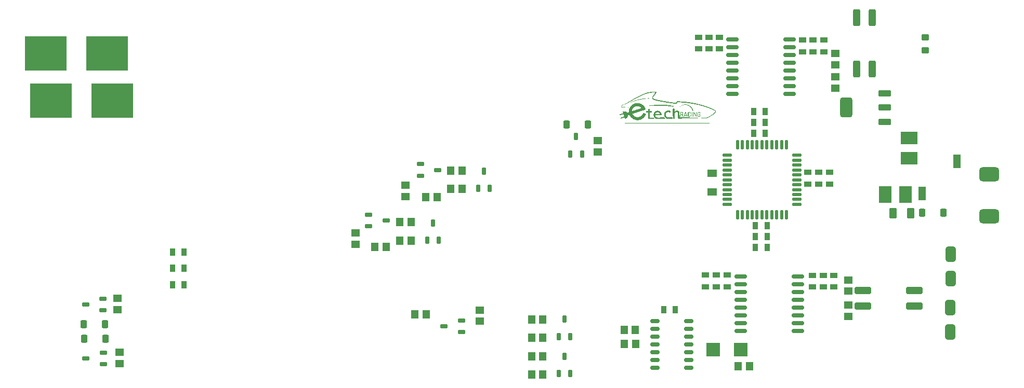
<source format=gtp>
G04*
G04 #@! TF.GenerationSoftware,Altium Limited,Altium Designer,22.11.1 (43)*
G04*
G04 Layer_Color=8421504*
%FSLAX44Y44*%
%MOMM*%
G71*
G04*
G04 #@! TF.SameCoordinates,CE3EE1F7-2002-4A30-8AAF-CFD3FAF0E8B6*
G04*
G04*
G04 #@! TF.FilePolarity,Positive*
G04*
G01*
G75*
%ADD18R,1.1500X1.3500*%
%ADD19R,1.3000X0.9000*%
%ADD20R,2.2100X2.2000*%
G04:AMPARAMS|DCode=21|XSize=0.6mm|YSize=1.45mm|CornerRadius=0.15mm|HoleSize=0mm|Usage=FLASHONLY|Rotation=90.000|XOffset=0mm|YOffset=0mm|HoleType=Round|Shape=RoundedRectangle|*
%AMROUNDEDRECTD21*
21,1,0.6000,1.1500,0,0,90.0*
21,1,0.3000,1.4500,0,0,90.0*
1,1,0.3000,0.5750,0.1500*
1,1,0.3000,0.5750,-0.1500*
1,1,0.3000,-0.5750,-0.1500*
1,1,0.3000,-0.5750,0.1500*
%
%ADD21ROUNDEDRECTD21*%
G04:AMPARAMS|DCode=22|XSize=1.75mm|YSize=1.25mm|CornerRadius=0.3125mm|HoleSize=0mm|Usage=FLASHONLY|Rotation=270.000|XOffset=0mm|YOffset=0mm|HoleType=Round|Shape=RoundedRectangle|*
%AMROUNDEDRECTD22*
21,1,1.7500,0.6250,0,0,270.0*
21,1,1.1250,1.2500,0,0,270.0*
1,1,0.6250,-0.3125,-0.5625*
1,1,0.6250,-0.3125,0.5625*
1,1,0.6250,0.3125,0.5625*
1,1,0.6250,0.3125,-0.5625*
%
%ADD22ROUNDEDRECTD22*%
%ADD23R,0.9000X1.3000*%
%ADD24R,1.3500X1.1500*%
G04:AMPARAMS|DCode=25|XSize=0.6mm|YSize=2mm|CornerRadius=0.15mm|HoleSize=0mm|Usage=FLASHONLY|Rotation=90.000|XOffset=0mm|YOffset=0mm|HoleType=Round|Shape=RoundedRectangle|*
%AMROUNDEDRECTD25*
21,1,0.6000,1.7000,0,0,90.0*
21,1,0.3000,2.0000,0,0,90.0*
1,1,0.3000,0.8500,0.1500*
1,1,0.3000,0.8500,-0.1500*
1,1,0.3000,-0.8500,-0.1500*
1,1,0.3000,-0.8500,0.1500*
%
%ADD25ROUNDEDRECTD25*%
G04:AMPARAMS|DCode=26|XSize=1.2mm|YSize=2.75mm|CornerRadius=0.3mm|HoleSize=0mm|Usage=FLASHONLY|Rotation=90.000|XOffset=0mm|YOffset=0mm|HoleType=Round|Shape=RoundedRectangle|*
%AMROUNDEDRECTD26*
21,1,1.2000,2.1500,0,0,90.0*
21,1,0.6000,2.7500,0,0,90.0*
1,1,0.6000,1.0750,0.3000*
1,1,0.6000,1.0750,-0.3000*
1,1,0.6000,-1.0750,-0.3000*
1,1,0.6000,-1.0750,0.3000*
%
%ADD26ROUNDEDRECTD26*%
G04:AMPARAMS|DCode=27|XSize=0.55mm|YSize=1.5mm|CornerRadius=0.1375mm|HoleSize=0mm|Usage=FLASHONLY|Rotation=90.000|XOffset=0mm|YOffset=0mm|HoleType=Round|Shape=RoundedRectangle|*
%AMROUNDEDRECTD27*
21,1,0.5500,1.2250,0,0,90.0*
21,1,0.2750,1.5000,0,0,90.0*
1,1,0.2750,0.6125,0.1375*
1,1,0.2750,0.6125,-0.1375*
1,1,0.2750,-0.6125,-0.1375*
1,1,0.2750,-0.6125,0.1375*
%
%ADD27ROUNDEDRECTD27*%
G04:AMPARAMS|DCode=28|XSize=0.55mm|YSize=1.5mm|CornerRadius=0.1375mm|HoleSize=0mm|Usage=FLASHONLY|Rotation=0.000|XOffset=0mm|YOffset=0mm|HoleType=Round|Shape=RoundedRectangle|*
%AMROUNDEDRECTD28*
21,1,0.5500,1.2250,0,0,0.0*
21,1,0.2750,1.5000,0,0,0.0*
1,1,0.2750,0.1375,-0.6125*
1,1,0.2750,-0.1375,-0.6125*
1,1,0.2750,-0.1375,0.6125*
1,1,0.2750,0.1375,0.6125*
%
%ADD28ROUNDEDRECTD28*%
G04:AMPARAMS|DCode=29|XSize=0.65mm|YSize=1.25mm|CornerRadius=0.1625mm|HoleSize=0mm|Usage=FLASHONLY|Rotation=180.000|XOffset=0mm|YOffset=0mm|HoleType=Round|Shape=RoundedRectangle|*
%AMROUNDEDRECTD29*
21,1,0.6500,0.9250,0,0,180.0*
21,1,0.3250,1.2500,0,0,180.0*
1,1,0.3250,-0.1625,0.4625*
1,1,0.3250,0.1625,0.4625*
1,1,0.3250,0.1625,-0.4625*
1,1,0.3250,-0.1625,-0.4625*
%
%ADD29ROUNDEDRECTD29*%
G04:AMPARAMS|DCode=30|XSize=0.65mm|YSize=1.25mm|CornerRadius=0.1625mm|HoleSize=0mm|Usage=FLASHONLY|Rotation=90.000|XOffset=0mm|YOffset=0mm|HoleType=Round|Shape=RoundedRectangle|*
%AMROUNDEDRECTD30*
21,1,0.6500,0.9250,0,0,90.0*
21,1,0.3250,1.2500,0,0,90.0*
1,1,0.3250,0.4625,0.1625*
1,1,0.3250,0.4625,-0.1625*
1,1,0.3250,-0.4625,-0.1625*
1,1,0.3250,-0.4625,0.1625*
%
%ADD30ROUNDEDRECTD30*%
G04:AMPARAMS|DCode=31|XSize=1.2mm|YSize=2.75mm|CornerRadius=0.3mm|HoleSize=0mm|Usage=FLASHONLY|Rotation=180.000|XOffset=0mm|YOffset=0mm|HoleType=Round|Shape=RoundedRectangle|*
%AMROUNDEDRECTD31*
21,1,1.2000,2.1500,0,0,180.0*
21,1,0.6000,2.7500,0,0,180.0*
1,1,0.6000,-0.3000,1.0750*
1,1,0.6000,0.3000,1.0750*
1,1,0.6000,0.3000,-1.0750*
1,1,0.6000,-0.3000,-1.0750*
%
%ADD31ROUNDEDRECTD31*%
G04:AMPARAMS|DCode=32|XSize=1.7mm|YSize=2.5mm|CornerRadius=0.425mm|HoleSize=0mm|Usage=FLASHONLY|Rotation=180.000|XOffset=0mm|YOffset=0mm|HoleType=Round|Shape=RoundedRectangle|*
%AMROUNDEDRECTD32*
21,1,1.7000,1.6500,0,0,180.0*
21,1,0.8500,2.5000,0,0,180.0*
1,1,0.8500,-0.4250,0.8250*
1,1,0.8500,0.4250,0.8250*
1,1,0.8500,0.4250,-0.8250*
1,1,0.8500,-0.4250,-0.8250*
%
%ADD32ROUNDEDRECTD32*%
%ADD33R,6.9000X5.6000*%
%ADD34R,2.8000X2.0000*%
%ADD35R,2.0000X2.8000*%
G04:AMPARAMS|DCode=36|XSize=3.3mm|YSize=2.3mm|CornerRadius=0.575mm|HoleSize=0mm|Usage=FLASHONLY|Rotation=0.000|XOffset=0mm|YOffset=0mm|HoleType=Round|Shape=RoundedRectangle|*
%AMROUNDEDRECTD36*
21,1,3.3000,1.1500,0,0,0.0*
21,1,2.1500,2.3000,0,0,0.0*
1,1,1.1500,1.0750,-0.5750*
1,1,1.1500,-1.0750,-0.5750*
1,1,1.1500,-1.0750,0.5750*
1,1,1.1500,1.0750,0.5750*
%
%ADD36ROUNDEDRECTD36*%
G04:AMPARAMS|DCode=37|XSize=1mm|YSize=2.1mm|CornerRadius=0.25mm|HoleSize=0mm|Usage=FLASHONLY|Rotation=270.000|XOffset=0mm|YOffset=0mm|HoleType=Round|Shape=RoundedRectangle|*
%AMROUNDEDRECTD37*
21,1,1.0000,1.6000,0,0,270.0*
21,1,0.5000,2.1000,0,0,270.0*
1,1,0.5000,-0.8000,-0.2500*
1,1,0.5000,-0.8000,0.2500*
1,1,0.5000,0.8000,0.2500*
1,1,0.5000,0.8000,-0.2500*
%
%ADD37ROUNDEDRECTD37*%
G04:AMPARAMS|DCode=38|XSize=3.3mm|YSize=2.1mm|CornerRadius=0.525mm|HoleSize=0mm|Usage=FLASHONLY|Rotation=270.000|XOffset=0mm|YOffset=0mm|HoleType=Round|Shape=RoundedRectangle|*
%AMROUNDEDRECTD38*
21,1,3.3000,1.0500,0,0,270.0*
21,1,2.2500,2.1000,0,0,270.0*
1,1,1.0500,-0.5250,-1.1250*
1,1,1.0500,-0.5250,1.1250*
1,1,1.0500,0.5250,1.1250*
1,1,1.0500,0.5250,-1.1250*
%
%ADD38ROUNDEDRECTD38*%
%ADD39R,1.3000X2.2000*%
G04:AMPARAMS|DCode=40|XSize=1.3mm|YSize=1.1mm|CornerRadius=0.275mm|HoleSize=0mm|Usage=FLASHONLY|Rotation=90.000|XOffset=0mm|YOffset=0mm|HoleType=Round|Shape=RoundedRectangle|*
%AMROUNDEDRECTD40*
21,1,1.3000,0.5500,0,0,90.0*
21,1,0.7500,1.1000,0,0,90.0*
1,1,0.5500,0.2750,0.3750*
1,1,0.5500,0.2750,-0.3750*
1,1,0.5500,-0.2750,-0.3750*
1,1,0.5500,-0.2750,0.3750*
%
%ADD40ROUNDEDRECTD40*%
G04:AMPARAMS|DCode=41|XSize=1.2mm|YSize=1.1mm|CornerRadius=0.275mm|HoleSize=0mm|Usage=FLASHONLY|Rotation=180.000|XOffset=0mm|YOffset=0mm|HoleType=Round|Shape=RoundedRectangle|*
%AMROUNDEDRECTD41*
21,1,1.2000,0.5500,0,0,180.0*
21,1,0.6500,1.1000,0,0,180.0*
1,1,0.5500,-0.3250,0.2750*
1,1,0.5500,0.3250,0.2750*
1,1,0.5500,0.3250,-0.2750*
1,1,0.5500,-0.3250,-0.2750*
%
%ADD41ROUNDEDRECTD41*%
%ADD42R,1.6000X1.2000*%
G36*
X1122791Y500916D02*
X1125623D01*
Y500818D01*
X1126111D01*
Y500720D01*
X1126209D01*
Y500623D01*
X1123572D01*
Y500525D01*
X1121815D01*
Y500428D01*
X1120545D01*
Y500330D01*
X1119276D01*
Y500232D01*
X1118202D01*
Y500135D01*
X1117128D01*
Y500037D01*
X1116347D01*
Y499939D01*
X1115468D01*
Y499842D01*
X1114687D01*
Y499744D01*
X1114003D01*
Y499646D01*
X1113222D01*
Y499549D01*
X1112636D01*
Y499451D01*
X1112050D01*
Y499353D01*
X1111367D01*
Y499256D01*
X1110781D01*
Y499158D01*
X1110195D01*
Y499061D01*
X1109707D01*
Y498963D01*
X1109219D01*
Y498865D01*
X1108731D01*
Y498768D01*
X1108145D01*
Y498670D01*
X1107657D01*
Y498572D01*
X1107266D01*
Y498475D01*
X1106778D01*
Y498377D01*
X1106290D01*
Y498279D01*
X1105899D01*
Y498182D01*
X1105411D01*
Y498084D01*
X1105020D01*
Y497986D01*
X1104630D01*
Y497889D01*
X1104141D01*
Y497791D01*
X1103848D01*
Y497693D01*
X1103458D01*
Y497596D01*
X1103067D01*
Y497498D01*
X1102677D01*
Y497401D01*
X1102286D01*
Y497303D01*
X1101993D01*
Y497205D01*
X1101603D01*
Y497108D01*
X1101310D01*
Y497010D01*
X1100919D01*
Y496912D01*
X1100626D01*
Y496815D01*
X1100333D01*
Y496717D01*
X1100040D01*
Y496619D01*
X1099748D01*
Y496522D01*
X1099357D01*
Y496424D01*
X1099064D01*
Y496326D01*
X1098771D01*
Y496229D01*
X1098478D01*
Y496131D01*
X1098185D01*
Y496034D01*
X1097892D01*
Y495936D01*
X1097599D01*
Y495838D01*
X1097307D01*
Y495741D01*
X1097014D01*
Y495643D01*
X1096818D01*
Y495545D01*
X1096525D01*
Y495448D01*
X1096232D01*
Y495350D01*
X1095939D01*
Y495252D01*
X1095647D01*
Y495155D01*
X1095354D01*
Y495057D01*
X1095061D01*
Y494959D01*
X1094865D01*
Y494862D01*
X1094573D01*
Y494764D01*
X1094377D01*
Y494667D01*
X1094084D01*
Y494569D01*
X1093791D01*
Y494471D01*
X1093596D01*
Y494374D01*
X1093401D01*
Y494276D01*
X1093205D01*
Y494178D01*
X1092913D01*
Y494081D01*
X1092717D01*
Y493983D01*
X1092522D01*
Y493885D01*
X1092229D01*
Y493788D01*
X1091936D01*
Y493690D01*
X1091839D01*
Y493885D01*
X1091936D01*
Y493983D01*
X1092132D01*
Y494081D01*
X1092327D01*
Y494178D01*
X1092522D01*
Y494276D01*
X1092717D01*
Y494374D01*
X1092913D01*
Y494471D01*
X1093108D01*
Y494569D01*
X1093205D01*
Y494667D01*
X1093498D01*
Y494764D01*
X1093694D01*
Y494862D01*
X1093889D01*
Y494959D01*
X1094084D01*
Y495057D01*
X1094280D01*
Y495155D01*
X1094475D01*
Y495252D01*
X1094670D01*
Y495350D01*
X1094865D01*
Y495448D01*
X1095061D01*
Y495545D01*
X1095354D01*
Y495643D01*
X1095549D01*
Y495741D01*
X1095744D01*
Y495838D01*
X1096037D01*
Y495936D01*
X1096232D01*
Y496034D01*
X1096428D01*
Y496131D01*
X1096721D01*
Y496229D01*
X1096916D01*
Y496326D01*
X1097209D01*
Y496424D01*
X1097404D01*
Y496522D01*
X1097599D01*
Y496619D01*
X1097892D01*
Y496717D01*
X1098088D01*
Y496815D01*
X1098381D01*
Y496912D01*
X1098673D01*
Y497010D01*
X1098869D01*
Y497108D01*
X1099162D01*
Y497205D01*
X1099455D01*
Y497303D01*
X1099748D01*
Y497401D01*
X1100040D01*
Y497498D01*
X1100236D01*
Y497596D01*
X1100529D01*
Y497693D01*
X1100822D01*
Y497791D01*
X1101212D01*
Y497889D01*
X1101407D01*
Y497986D01*
X1101798D01*
Y498084D01*
X1102091D01*
Y498182D01*
X1102482D01*
Y498279D01*
X1102872D01*
Y498377D01*
X1103165D01*
Y498475D01*
X1103458D01*
Y498572D01*
X1103848D01*
Y498670D01*
X1104239D01*
Y498768D01*
X1104630D01*
Y498865D01*
X1104923D01*
Y498963D01*
X1105411D01*
Y499061D01*
X1105899D01*
Y499158D01*
X1106290D01*
Y499256D01*
X1106680D01*
Y499353D01*
X1107071D01*
Y499451D01*
X1107559D01*
Y499549D01*
X1108145D01*
Y499646D01*
X1108633D01*
Y499744D01*
X1109121D01*
Y499842D01*
X1109609D01*
Y499939D01*
X1110195D01*
Y500037D01*
X1110781D01*
Y500135D01*
X1111465D01*
Y500232D01*
X1111953D01*
Y500330D01*
X1112636D01*
Y500428D01*
X1113613D01*
Y500525D01*
X1114492D01*
Y500623D01*
X1115370D01*
Y500720D01*
X1116444D01*
Y500818D01*
X1117811D01*
Y500916D01*
X1120252D01*
Y501013D01*
X1122791D01*
Y500916D01*
D02*
G37*
G36*
X1145932Y490273D02*
X1148471D01*
Y490175D01*
X1150033D01*
Y490077D01*
X1151400D01*
Y489980D01*
X1152377D01*
Y489882D01*
X1153548D01*
Y489785D01*
X1154427D01*
Y489687D01*
X1155404D01*
Y489589D01*
X1156087D01*
Y489492D01*
X1156771D01*
Y489394D01*
X1157552D01*
Y489296D01*
X1158235D01*
Y489199D01*
X1158919D01*
Y489101D01*
X1159407D01*
Y489003D01*
X1159993D01*
Y488906D01*
X1160579D01*
Y488808D01*
X1161067D01*
Y488710D01*
X1161555D01*
Y488613D01*
X1162043D01*
Y488515D01*
X1162434D01*
Y488418D01*
X1162824D01*
Y488320D01*
X1162922D01*
Y488222D01*
X1162824D01*
Y488027D01*
X1162727D01*
Y487929D01*
X1162629D01*
Y487734D01*
X1162532D01*
Y487636D01*
X1162434D01*
Y487441D01*
X1162336D01*
Y487343D01*
X1162239D01*
Y487148D01*
X1162141D01*
Y487051D01*
X1162043D01*
Y486855D01*
X1161946D01*
Y486660D01*
X1161848D01*
Y486562D01*
X1161750D01*
Y486367D01*
X1161653D01*
Y486269D01*
X1161555D01*
Y486074D01*
X1161457D01*
Y485976D01*
X1161360D01*
Y485781D01*
X1161262D01*
Y485684D01*
X1161164D01*
Y485488D01*
X1161067D01*
Y485391D01*
X1160969D01*
Y485293D01*
X1160872D01*
Y485195D01*
X1160774D01*
Y485488D01*
X1160872D01*
Y485781D01*
X1160969D01*
Y486172D01*
X1161067D01*
Y486465D01*
X1161164D01*
Y486758D01*
X1161262D01*
Y487148D01*
X1161360D01*
Y487441D01*
X1160872D01*
Y487539D01*
X1160188D01*
Y487636D01*
X1159407D01*
Y487734D01*
X1158626D01*
Y487832D01*
X1157845D01*
Y487929D01*
X1157064D01*
Y488027D01*
X1156087D01*
Y488125D01*
X1155013D01*
Y488222D01*
X1153841D01*
Y488320D01*
X1152767D01*
Y488418D01*
X1151400D01*
Y488515D01*
X1149740D01*
Y488613D01*
X1147787D01*
Y488710D01*
X1145347D01*
Y488808D01*
X1142027D01*
Y488906D01*
X1132751D01*
Y488808D01*
X1129919D01*
Y488710D01*
X1127380D01*
Y488613D01*
X1124842D01*
Y488515D01*
X1122986D01*
Y488418D01*
X1121131D01*
Y488320D01*
X1119569D01*
Y488515D01*
X1119667D01*
Y488613D01*
X1120252D01*
Y488710D01*
X1120936D01*
Y488808D01*
X1121522D01*
Y488906D01*
X1122205D01*
Y489003D01*
X1122791D01*
Y489101D01*
X1123377D01*
Y489199D01*
X1124061D01*
Y489296D01*
X1124939D01*
Y489394D01*
X1125720D01*
Y489492D01*
X1126306D01*
Y489589D01*
X1127283D01*
Y489687D01*
X1128259D01*
Y489785D01*
X1129236D01*
Y489882D01*
X1130407D01*
Y489980D01*
X1131481D01*
Y490077D01*
X1132751D01*
Y490175D01*
X1134606D01*
Y490273D01*
X1136852D01*
Y490370D01*
X1145932D01*
Y490273D01*
D02*
G37*
G36*
X1183232Y490859D02*
X1183915D01*
Y490761D01*
X1184501D01*
Y490663D01*
X1184989D01*
Y490566D01*
X1185380D01*
Y490468D01*
X1185673D01*
Y490370D01*
X1185966D01*
Y490273D01*
X1186259D01*
Y490175D01*
X1186552D01*
Y490077D01*
X1186747D01*
Y489980D01*
X1187040D01*
Y489882D01*
X1187235D01*
Y489785D01*
X1187430D01*
Y489687D01*
X1187626D01*
Y489589D01*
X1187821D01*
Y489492D01*
X1188016D01*
Y489394D01*
X1188211D01*
Y489296D01*
X1188407D01*
Y489199D01*
X1188602D01*
Y489101D01*
X1188700D01*
Y489003D01*
X1188895D01*
Y488906D01*
X1188993D01*
Y488808D01*
X1189188D01*
Y488710D01*
X1189286D01*
Y488613D01*
X1189481D01*
Y488515D01*
X1189578D01*
Y488418D01*
X1189676D01*
Y488320D01*
X1189871D01*
Y488222D01*
X1189969D01*
Y488125D01*
X1190067D01*
Y488027D01*
X1190164D01*
Y487929D01*
X1190360D01*
Y487832D01*
X1190457D01*
Y487734D01*
X1190555D01*
Y487636D01*
X1190652D01*
Y487539D01*
X1190750D01*
Y487441D01*
X1190848D01*
Y487343D01*
X1190945D01*
Y487246D01*
X1191043D01*
Y487148D01*
X1191141D01*
Y487051D01*
X1191238D01*
Y486953D01*
X1191336D01*
Y486855D01*
X1191434D01*
Y486758D01*
X1191531D01*
Y486660D01*
X1191629D01*
Y486562D01*
X1191727D01*
Y486465D01*
X1191824D01*
Y486367D01*
X1191922D01*
Y486172D01*
X1192020D01*
Y486074D01*
X1192117D01*
Y485976D01*
X1192215D01*
Y485781D01*
X1192312D01*
Y485684D01*
X1192410D01*
Y485586D01*
X1192508D01*
Y485391D01*
X1192605D01*
Y485293D01*
X1192703D01*
Y485098D01*
X1192801D01*
Y485000D01*
X1192898D01*
Y484805D01*
X1192996D01*
Y484707D01*
X1193093D01*
Y484512D01*
X1193191D01*
Y484316D01*
X1193289D01*
Y484121D01*
X1193387D01*
Y483926D01*
X1193484D01*
Y483731D01*
X1193582D01*
Y483535D01*
X1193679D01*
Y483340D01*
X1193777D01*
Y483145D01*
X1193875D01*
Y482949D01*
X1193972D01*
Y482657D01*
X1194070D01*
Y482364D01*
X1194168D01*
Y482168D01*
X1194265D01*
Y481875D01*
X1194363D01*
Y481485D01*
X1194461D01*
Y481192D01*
X1194558D01*
Y480801D01*
X1194656D01*
Y480508D01*
X1194461D01*
Y480411D01*
X1193484D01*
Y480508D01*
X1193387D01*
Y480606D01*
X1193289D01*
Y480997D01*
X1193191D01*
Y481387D01*
X1193093D01*
Y481778D01*
X1192996D01*
Y482071D01*
X1192898D01*
Y482266D01*
X1192801D01*
Y482559D01*
X1192703D01*
Y482754D01*
X1192605D01*
Y482949D01*
Y483047D01*
X1192508D01*
Y483242D01*
X1192410D01*
Y483438D01*
X1192312D01*
Y483633D01*
X1192215D01*
Y483828D01*
X1192117D01*
Y484024D01*
X1192020D01*
Y484121D01*
X1191922D01*
Y484316D01*
X1191824D01*
Y484512D01*
X1191727D01*
Y484609D01*
X1191629D01*
Y484805D01*
X1191531D01*
Y484902D01*
X1191434D01*
Y485098D01*
X1191336D01*
Y485195D01*
X1191238D01*
Y485293D01*
X1191141D01*
Y485488D01*
X1191043D01*
Y485586D01*
X1190945D01*
Y485684D01*
X1190848D01*
Y485781D01*
X1190750D01*
Y485976D01*
X1190652D01*
Y486074D01*
X1190555D01*
Y486172D01*
X1190457D01*
Y486269D01*
X1190360D01*
Y486367D01*
X1190262D01*
Y486465D01*
X1190164D01*
Y486562D01*
X1190067D01*
Y486660D01*
X1189969D01*
Y486758D01*
X1189871D01*
Y486855D01*
X1189774D01*
Y486953D01*
X1189676D01*
Y487051D01*
X1189578D01*
Y487148D01*
X1189481D01*
Y487246D01*
X1189383D01*
Y487343D01*
X1189286D01*
Y487441D01*
X1189090D01*
Y487539D01*
X1188993D01*
Y487636D01*
X1188895D01*
Y487734D01*
X1188700D01*
Y487832D01*
X1188602D01*
Y487929D01*
X1188504D01*
Y488027D01*
X1188309D01*
Y488125D01*
X1188211D01*
Y488222D01*
X1188016D01*
Y488320D01*
X1187821D01*
Y488418D01*
X1187723D01*
Y488515D01*
X1187528D01*
Y488613D01*
X1187333D01*
Y488710D01*
X1187137D01*
Y488808D01*
X1186942D01*
Y488906D01*
X1186844D01*
Y489003D01*
X1186552D01*
Y489101D01*
X1186356D01*
Y489199D01*
X1186161D01*
Y489296D01*
X1185868D01*
Y489394D01*
X1185673D01*
Y489492D01*
X1185380D01*
Y489589D01*
X1184989D01*
Y489687D01*
X1184696D01*
Y489785D01*
X1184403D01*
Y489882D01*
X1183915D01*
Y489980D01*
X1183427D01*
Y490077D01*
X1182548D01*
Y490175D01*
X1180205D01*
Y490077D01*
X1179424D01*
Y489980D01*
X1178838D01*
Y489882D01*
X1178447D01*
Y489785D01*
X1178057D01*
Y489687D01*
X1177764D01*
Y489589D01*
X1177471D01*
Y489492D01*
X1177178D01*
Y489394D01*
X1176885D01*
Y489296D01*
X1176690D01*
Y489199D01*
X1176494D01*
Y489101D01*
X1176201D01*
Y489003D01*
X1176006D01*
Y488906D01*
X1175811D01*
Y488808D01*
X1175616D01*
Y488710D01*
X1175420D01*
Y488613D01*
X1175225D01*
Y488515D01*
X1175127D01*
Y488418D01*
X1174932D01*
Y488320D01*
X1174737D01*
Y488222D01*
X1174639D01*
Y488125D01*
X1174444D01*
Y488027D01*
X1174346D01*
Y487929D01*
X1174151D01*
Y487832D01*
X1174053D01*
Y487734D01*
X1173956D01*
Y487636D01*
X1173858D01*
Y487539D01*
X1173663D01*
Y487441D01*
X1173565D01*
Y487343D01*
X1173467D01*
Y487246D01*
X1173370D01*
Y487148D01*
X1173175D01*
Y487051D01*
X1173077D01*
Y486953D01*
X1172979D01*
Y486855D01*
X1172882D01*
Y487051D01*
X1172979D01*
Y487148D01*
X1173077D01*
Y487246D01*
X1173175D01*
Y487441D01*
X1173370D01*
Y487539D01*
X1173467D01*
Y487636D01*
X1173565D01*
Y487734D01*
X1173663D01*
Y487832D01*
X1173760D01*
Y487929D01*
X1173858D01*
Y488027D01*
X1173956D01*
Y488125D01*
X1174053D01*
Y488222D01*
X1174249D01*
Y488320D01*
X1174346D01*
Y488418D01*
X1174444D01*
Y488515D01*
X1174639D01*
Y488613D01*
X1174737D01*
Y488710D01*
X1174932D01*
Y488808D01*
X1175030D01*
Y488906D01*
X1175225D01*
Y489003D01*
X1175323D01*
Y489101D01*
X1175518D01*
Y489199D01*
X1175616D01*
Y489296D01*
X1175811D01*
Y489394D01*
X1176006D01*
Y489492D01*
X1176201D01*
Y489589D01*
X1176397D01*
Y489687D01*
X1176592D01*
Y489785D01*
X1176787D01*
Y489882D01*
X1176983D01*
Y489980D01*
X1177178D01*
Y490077D01*
X1177471D01*
Y490175D01*
X1177764D01*
Y490273D01*
X1178057D01*
Y490370D01*
X1178350D01*
Y490468D01*
X1178643D01*
Y490566D01*
X1179033D01*
Y490663D01*
X1179424D01*
Y490761D01*
X1180010D01*
Y490859D01*
X1180693D01*
Y490956D01*
X1183232D01*
Y490859D01*
D02*
G37*
G36*
X1104239Y493104D02*
X1105411D01*
Y493007D01*
X1106094D01*
Y492909D01*
X1106680D01*
Y492811D01*
X1106973D01*
Y492714D01*
X1107364D01*
Y492616D01*
X1107754D01*
Y492519D01*
X1108047D01*
Y492421D01*
X1108340D01*
Y492323D01*
X1108535D01*
Y492225D01*
X1108828D01*
Y492128D01*
X1109024D01*
Y492030D01*
X1109316D01*
Y491933D01*
X1109512D01*
Y491835D01*
X1109707D01*
Y491737D01*
X1109902D01*
Y491640D01*
X1110098D01*
Y491542D01*
X1110293D01*
Y491444D01*
X1110488D01*
Y491347D01*
X1110586D01*
Y491249D01*
X1110781D01*
Y491152D01*
X1110976D01*
Y491054D01*
X1111074D01*
Y490956D01*
X1111269D01*
Y490859D01*
X1111367D01*
Y490761D01*
X1111562D01*
Y490663D01*
X1111660D01*
Y490566D01*
X1111855D01*
Y490468D01*
X1111953D01*
Y490370D01*
X1112050D01*
Y490273D01*
X1112246D01*
Y490175D01*
X1112343D01*
Y490077D01*
X1112441D01*
Y489980D01*
X1112539D01*
Y489882D01*
X1112734D01*
Y489785D01*
X1112832D01*
Y489687D01*
X1112929D01*
Y489589D01*
X1113027D01*
Y489492D01*
X1113124D01*
Y489394D01*
X1113222D01*
Y489296D01*
X1113320D01*
Y489199D01*
X1113418D01*
Y489101D01*
X1113515D01*
Y489003D01*
X1113613D01*
Y488906D01*
X1113710D01*
Y488808D01*
X1113808D01*
Y488710D01*
X1113906D01*
Y488613D01*
X1114003D01*
Y488515D01*
X1114101D01*
Y488418D01*
X1114199D01*
Y488320D01*
X1114296D01*
Y488125D01*
X1114394D01*
Y488027D01*
X1114492D01*
Y487929D01*
X1114589D01*
Y487832D01*
X1114687D01*
Y487636D01*
X1114784D01*
Y487539D01*
X1114882D01*
Y487441D01*
X1114980D01*
Y487246D01*
X1115077D01*
Y487148D01*
X1115175D01*
Y487051D01*
X1115273D01*
Y486855D01*
X1115370D01*
Y486660D01*
X1115468D01*
Y486562D01*
X1115566D01*
Y486367D01*
X1115663D01*
Y486269D01*
X1115761D01*
Y486074D01*
X1115859D01*
Y485879D01*
X1115956D01*
Y485684D01*
X1116054D01*
Y485488D01*
X1116152D01*
Y485293D01*
X1116249D01*
Y485098D01*
X1116347D01*
Y484902D01*
X1116444D01*
Y484609D01*
X1116542D01*
Y484414D01*
X1116640D01*
Y484121D01*
X1116737D01*
Y483926D01*
X1116835D01*
Y483633D01*
X1116933D01*
Y483340D01*
X1117030D01*
Y483047D01*
X1117128D01*
Y482657D01*
X1117030D01*
Y482559D01*
X1116933D01*
Y482461D01*
X1116835D01*
Y482364D01*
X1116640D01*
Y482266D01*
X1116347D01*
Y482168D01*
X1116054D01*
Y482071D01*
X1115663D01*
Y481973D01*
X1115370D01*
Y481875D01*
X1115077D01*
Y481778D01*
X1114882D01*
Y481680D01*
X1114492D01*
Y481582D01*
X1114199D01*
Y481485D01*
X1113906D01*
Y481387D01*
X1113613D01*
Y481290D01*
X1113320D01*
Y481192D01*
X1113027D01*
Y481094D01*
X1112734D01*
Y480997D01*
X1112441D01*
Y480899D01*
X1112148D01*
Y480801D01*
X1111855D01*
Y480704D01*
X1111465D01*
Y480606D01*
X1111172D01*
Y480508D01*
X1110879D01*
Y480411D01*
X1110684D01*
Y480313D01*
X1110293D01*
Y480215D01*
X1110000D01*
Y480118D01*
X1109707D01*
Y480020D01*
X1109414D01*
Y479923D01*
X1109121D01*
Y479825D01*
X1108828D01*
Y479727D01*
X1108535D01*
Y479630D01*
X1108340D01*
Y479532D01*
X1108047D01*
Y479434D01*
X1107754D01*
Y479337D01*
X1107461D01*
Y479239D01*
X1107168D01*
Y479142D01*
X1106875D01*
Y479044D01*
X1106582D01*
Y478946D01*
X1106192D01*
Y478849D01*
X1105899D01*
Y478751D01*
X1105508D01*
Y478653D01*
X1105313D01*
Y478556D01*
X1105020D01*
Y478458D01*
X1104727D01*
Y478360D01*
X1104337D01*
Y478263D01*
X1104044D01*
Y478165D01*
X1103751D01*
Y478067D01*
X1103458D01*
Y477970D01*
X1103067D01*
Y477872D01*
X1102775D01*
Y477775D01*
X1102482D01*
Y477677D01*
X1102189D01*
Y477579D01*
X1101896D01*
Y477481D01*
X1101603D01*
Y477384D01*
X1101212D01*
Y477286D01*
X1100919D01*
Y477189D01*
X1100626D01*
Y477091D01*
X1100431D01*
Y476993D01*
X1100040D01*
Y476896D01*
X1099748D01*
Y476798D01*
X1099455D01*
Y476700D01*
X1099162D01*
Y476603D01*
X1098966D01*
Y476505D01*
X1098673D01*
Y476408D01*
X1098283D01*
Y476310D01*
X1097990D01*
Y476212D01*
X1097697D01*
Y476115D01*
X1097404D01*
Y476017D01*
X1097014D01*
Y475919D01*
X1096721D01*
Y475822D01*
X1096428D01*
Y475724D01*
X1096330D01*
Y475626D01*
X1096135D01*
Y475431D01*
X1096037D01*
Y475236D01*
X1095939D01*
Y474943D01*
X1096037D01*
Y474748D01*
X1096135D01*
Y474552D01*
X1096232D01*
Y474357D01*
X1096330D01*
Y474259D01*
X1096428D01*
Y474162D01*
X1096525D01*
Y473966D01*
X1096623D01*
Y473869D01*
X1096721D01*
Y473674D01*
X1096818D01*
Y473576D01*
X1096916D01*
Y473478D01*
X1097014D01*
Y473381D01*
X1097111D01*
Y473283D01*
X1097209D01*
Y473185D01*
X1097307D01*
Y473088D01*
X1097404D01*
Y472990D01*
X1097502D01*
Y472795D01*
X1097599D01*
Y472697D01*
X1097697D01*
Y472599D01*
X1097892D01*
Y472502D01*
X1097990D01*
Y472404D01*
X1098088D01*
Y472307D01*
X1098185D01*
Y472209D01*
X1098283D01*
Y472111D01*
X1098381D01*
Y472014D01*
X1098576D01*
Y471916D01*
X1098673D01*
Y471818D01*
X1098771D01*
Y471721D01*
X1098966D01*
Y471623D01*
X1099064D01*
Y471525D01*
X1099259D01*
Y471428D01*
X1099455D01*
Y471330D01*
X1099650D01*
Y471232D01*
X1099845D01*
Y471135D01*
X1100040D01*
Y471037D01*
X1100236D01*
Y470939D01*
X1100431D01*
Y470842D01*
X1100724D01*
Y470744D01*
X1101115D01*
Y470647D01*
X1101407D01*
Y470549D01*
X1101798D01*
Y470451D01*
X1102286D01*
Y470354D01*
X1103067D01*
Y470256D01*
X1105216D01*
Y470354D01*
X1105801D01*
Y470451D01*
X1106094D01*
Y470549D01*
X1106485D01*
Y470647D01*
X1106875D01*
Y470744D01*
X1107168D01*
Y470842D01*
X1107461D01*
Y470939D01*
X1107657D01*
Y471037D01*
X1107852D01*
Y471135D01*
X1108145D01*
Y471232D01*
X1108340D01*
Y471330D01*
X1108438D01*
Y471428D01*
X1108633D01*
Y471525D01*
X1108828D01*
Y471623D01*
X1108926D01*
Y471721D01*
X1109121D01*
Y471818D01*
X1109316D01*
Y471916D01*
X1109414D01*
Y472014D01*
X1109609D01*
Y472111D01*
X1109707D01*
Y472209D01*
X1109805D01*
Y472307D01*
X1110000D01*
Y472404D01*
X1110098D01*
Y472502D01*
X1110195D01*
Y472599D01*
X1110390D01*
Y472697D01*
X1110488D01*
Y472795D01*
X1110586D01*
Y472892D01*
X1110684D01*
Y472990D01*
X1110781D01*
Y473088D01*
X1110879D01*
Y473185D01*
X1110976D01*
Y473283D01*
X1111074D01*
Y473381D01*
X1111172D01*
Y473478D01*
X1111269D01*
Y473576D01*
X1111367D01*
Y473771D01*
X1111465D01*
Y473869D01*
X1111562D01*
Y473966D01*
X1111660D01*
Y474064D01*
X1111758D01*
Y474259D01*
X1111855D01*
Y474357D01*
X1111953D01*
Y474455D01*
X1112050D01*
Y474650D01*
X1112148D01*
Y474748D01*
X1112246D01*
Y474943D01*
X1112343D01*
Y475138D01*
X1112441D01*
Y475236D01*
X1112539D01*
Y475431D01*
X1112636D01*
Y475626D01*
X1112734D01*
Y475822D01*
X1112832D01*
Y476017D01*
X1112929D01*
Y476115D01*
X1113027D01*
Y476310D01*
X1113124D01*
Y476408D01*
X1113222D01*
Y476505D01*
X1113320D01*
Y476603D01*
X1113418D01*
Y476700D01*
X1113515D01*
Y476798D01*
X1114199D01*
Y476700D01*
X1114589D01*
Y476603D01*
X1114882D01*
Y476505D01*
X1115077D01*
Y476408D01*
X1115468D01*
Y476310D01*
X1115761D01*
Y476212D01*
X1116054D01*
Y476115D01*
X1116347D01*
Y476017D01*
X1116640D01*
Y475919D01*
X1116835D01*
Y475822D01*
X1117128D01*
Y475724D01*
X1117323D01*
Y475626D01*
X1117421D01*
Y475529D01*
X1117518D01*
Y475431D01*
X1117616D01*
Y475236D01*
X1117714D01*
Y475138D01*
X1117616D01*
Y474845D01*
X1117518D01*
Y474552D01*
X1117421D01*
Y474357D01*
X1117323D01*
Y474064D01*
X1117226D01*
Y473869D01*
X1117128D01*
Y473576D01*
X1117030D01*
Y473381D01*
X1116933D01*
Y473185D01*
X1116835D01*
Y472990D01*
X1116737D01*
Y472892D01*
X1116640D01*
Y472697D01*
X1116542D01*
Y472502D01*
X1116444D01*
Y472307D01*
X1116347D01*
Y472209D01*
X1116249D01*
Y472014D01*
X1116152D01*
Y471818D01*
X1116054D01*
Y471721D01*
X1115956D01*
Y471525D01*
X1115859D01*
Y471428D01*
X1115761D01*
Y471232D01*
X1115663D01*
Y471135D01*
X1115566D01*
Y471037D01*
X1115468D01*
Y470939D01*
X1115370D01*
Y470744D01*
X1115273D01*
Y470647D01*
X1115175D01*
Y470549D01*
X1115077D01*
Y470451D01*
X1114980D01*
Y470256D01*
X1114882D01*
Y470158D01*
X1114784D01*
Y470061D01*
X1114687D01*
Y469963D01*
X1114589D01*
Y469865D01*
X1114492D01*
Y469768D01*
X1114394D01*
Y469670D01*
X1114296D01*
Y469572D01*
X1114199D01*
Y469475D01*
X1114101D01*
Y469377D01*
X1114003D01*
Y469280D01*
X1113906D01*
Y469182D01*
X1113808D01*
Y469084D01*
X1113710D01*
Y468987D01*
X1113613D01*
Y468889D01*
X1113515D01*
Y468791D01*
X1113320D01*
Y468694D01*
X1113222D01*
Y468596D01*
X1113124D01*
Y468498D01*
X1113027D01*
Y468401D01*
X1112832D01*
Y468303D01*
X1112734D01*
Y468206D01*
X1112636D01*
Y468108D01*
X1112539D01*
Y468010D01*
X1112343D01*
Y467913D01*
X1112246D01*
Y467815D01*
X1112050D01*
Y467717D01*
X1111953D01*
Y467620D01*
X1111758D01*
Y467522D01*
X1111660D01*
Y467424D01*
X1111465D01*
Y467327D01*
X1111269D01*
Y467229D01*
X1111172D01*
Y467132D01*
X1110976D01*
Y467034D01*
X1110781D01*
Y466936D01*
X1110586D01*
Y466838D01*
X1110390D01*
Y466741D01*
X1110195D01*
Y466643D01*
X1110000D01*
Y466546D01*
X1109805D01*
Y466448D01*
X1109609D01*
Y466350D01*
X1109316D01*
Y466253D01*
X1109121D01*
Y466155D01*
X1108828D01*
Y466057D01*
X1108535D01*
Y465960D01*
X1108242D01*
Y465862D01*
X1107852D01*
Y465765D01*
X1107461D01*
Y465667D01*
X1106973D01*
Y465569D01*
X1106485D01*
Y465472D01*
X1105997D01*
Y465374D01*
X1105118D01*
Y465276D01*
X1102872D01*
Y465374D01*
X1102189D01*
Y465472D01*
X1101603D01*
Y465569D01*
X1101115D01*
Y465667D01*
X1100626D01*
Y465765D01*
X1100236D01*
Y465862D01*
X1099943D01*
Y465960D01*
X1099650D01*
Y466057D01*
X1099357D01*
Y466155D01*
X1099064D01*
Y466253D01*
X1098771D01*
Y466350D01*
X1098576D01*
Y466448D01*
X1098283D01*
Y466546D01*
X1098088D01*
Y466643D01*
X1097892D01*
Y466741D01*
X1097697D01*
Y466838D01*
X1097502D01*
Y466936D01*
X1097307D01*
Y467034D01*
X1097111D01*
Y467132D01*
X1096916D01*
Y467229D01*
X1096721D01*
Y467327D01*
X1096525D01*
Y467424D01*
X1096428D01*
Y467522D01*
X1096232D01*
Y467620D01*
X1096037D01*
Y467717D01*
X1095939D01*
Y467815D01*
X1095744D01*
Y467913D01*
X1095647D01*
Y468010D01*
X1095451D01*
Y468108D01*
X1095354D01*
Y468206D01*
X1095256D01*
Y468303D01*
X1095061D01*
Y468401D01*
X1094963D01*
Y468498D01*
X1094865D01*
Y468596D01*
X1094768D01*
Y468694D01*
X1094670D01*
Y468791D01*
X1094475D01*
Y468889D01*
X1094377D01*
Y468987D01*
X1094280D01*
Y469084D01*
X1094182D01*
Y469182D01*
X1094084D01*
Y469280D01*
X1093987D01*
Y469377D01*
X1093889D01*
Y469475D01*
X1093791D01*
Y469572D01*
X1093694D01*
Y469670D01*
X1093596D01*
Y469768D01*
X1093498D01*
Y469865D01*
X1093401D01*
Y469963D01*
X1093303D01*
Y470061D01*
X1093205D01*
Y470158D01*
X1093108D01*
Y470354D01*
X1093010D01*
Y470451D01*
X1092913D01*
Y470549D01*
X1092815D01*
Y470647D01*
X1092717D01*
Y470744D01*
X1092620D01*
Y470939D01*
X1092522D01*
Y471037D01*
X1092424D01*
Y471135D01*
X1092327D01*
Y471330D01*
X1092229D01*
Y471428D01*
X1092132D01*
Y471623D01*
X1092034D01*
Y471721D01*
X1091936D01*
Y471818D01*
X1091839D01*
Y472014D01*
X1091741D01*
Y472209D01*
X1091643D01*
Y472307D01*
X1091546D01*
Y472502D01*
X1091448D01*
Y472599D01*
X1091350D01*
Y472795D01*
X1091253D01*
Y472990D01*
X1091155D01*
Y473185D01*
X1091057D01*
Y473283D01*
X1090960D01*
Y473381D01*
X1090862D01*
Y473478D01*
X1090764D01*
Y473576D01*
X1090569D01*
Y473674D01*
X1089983D01*
Y473576D01*
X1089593D01*
Y473478D01*
X1089300D01*
Y473381D01*
X1089105D01*
Y473283D01*
X1088909D01*
Y473185D01*
X1088714D01*
Y473088D01*
X1088616D01*
Y472892D01*
X1088519D01*
Y472795D01*
X1088421D01*
Y472502D01*
X1088323D01*
Y471721D01*
X1088226D01*
Y471232D01*
X1088128D01*
Y470939D01*
X1088030D01*
Y470744D01*
X1087933D01*
Y470549D01*
X1087835D01*
Y470354D01*
X1087738D01*
Y470158D01*
X1087640D01*
Y470061D01*
X1087542D01*
Y469963D01*
X1087445D01*
Y469768D01*
X1087347D01*
Y469670D01*
X1087249D01*
Y469572D01*
X1087152D01*
Y469475D01*
X1087054D01*
Y469377D01*
X1086956D01*
Y469280D01*
X1086859D01*
Y469182D01*
X1086761D01*
Y469084D01*
X1086664D01*
Y468987D01*
X1086566D01*
Y468889D01*
X1086371D01*
Y468791D01*
X1086273D01*
Y468694D01*
X1086175D01*
Y468596D01*
X1085980D01*
Y468498D01*
X1085785D01*
Y468401D01*
X1085687D01*
Y468303D01*
X1085492D01*
Y468206D01*
X1085296D01*
Y468108D01*
X1085101D01*
Y468010D01*
X1084906D01*
Y467913D01*
X1084711D01*
Y467815D01*
X1084515D01*
Y467717D01*
X1083832D01*
Y467815D01*
X1083734D01*
Y467913D01*
X1083637D01*
Y468010D01*
X1083539D01*
Y468108D01*
X1083441D01*
Y468206D01*
X1083344D01*
Y468401D01*
X1083246D01*
Y468694D01*
X1083148D01*
Y468987D01*
X1083051D01*
Y469084D01*
X1082953D01*
Y469280D01*
X1082758D01*
Y469377D01*
X1082660D01*
Y469475D01*
X1081977D01*
Y469377D01*
X1081684D01*
Y469280D01*
X1081391D01*
Y469182D01*
X1081098D01*
Y469084D01*
X1080805D01*
Y468987D01*
X1080512D01*
Y468889D01*
X1080219D01*
Y468791D01*
X1079926D01*
Y468694D01*
X1079633D01*
Y468596D01*
X1079340D01*
Y468498D01*
X1078950D01*
Y468401D01*
X1078657D01*
Y468303D01*
X1078364D01*
Y468206D01*
X1078071D01*
Y468108D01*
X1077778D01*
Y468010D01*
X1077290D01*
Y467913D01*
X1076802D01*
Y468010D01*
X1076606D01*
Y468108D01*
X1076509D01*
Y468206D01*
X1076411D01*
Y468303D01*
X1076313D01*
Y468401D01*
X1076216D01*
Y468889D01*
X1076313D01*
Y469084D01*
X1076411D01*
Y469182D01*
X1076509D01*
Y469280D01*
X1076606D01*
Y469377D01*
X1076704D01*
Y469475D01*
X1076899D01*
Y469572D01*
X1077094D01*
Y469670D01*
X1077387D01*
Y469768D01*
X1077680D01*
Y469865D01*
X1077973D01*
Y469963D01*
X1078266D01*
Y470061D01*
X1078559D01*
Y470158D01*
X1078852D01*
Y470256D01*
X1079145D01*
Y470354D01*
X1079438D01*
Y470451D01*
X1079731D01*
Y470549D01*
X1080024D01*
Y470647D01*
X1080317D01*
Y470744D01*
X1080707D01*
Y470842D01*
X1081000D01*
Y470939D01*
X1081293D01*
Y471037D01*
X1081586D01*
Y471135D01*
X1081781D01*
Y471232D01*
X1081879D01*
Y471330D01*
X1081977D01*
Y471525D01*
X1082074D01*
Y472209D01*
X1081977D01*
Y472599D01*
X1081879D01*
Y472892D01*
X1081781D01*
Y473185D01*
X1081684D01*
Y473576D01*
X1081586D01*
Y473869D01*
X1081488D01*
Y474162D01*
X1081391D01*
Y474357D01*
X1081293D01*
Y474552D01*
X1081196D01*
Y474650D01*
X1081098D01*
Y474748D01*
X1080903D01*
Y474845D01*
X1080219D01*
Y474748D01*
X1079926D01*
Y474650D01*
X1079633D01*
Y474552D01*
X1079243D01*
Y474455D01*
X1078950D01*
Y474357D01*
X1078755D01*
Y474259D01*
X1078462D01*
Y474162D01*
X1078169D01*
Y474064D01*
X1077876D01*
Y473966D01*
X1077583D01*
Y473869D01*
X1077290D01*
Y473771D01*
X1076997D01*
Y473674D01*
X1076704D01*
Y473576D01*
X1076411D01*
Y473478D01*
X1076118D01*
Y473381D01*
X1075825D01*
Y473283D01*
X1075044D01*
Y473381D01*
X1074946D01*
Y473478D01*
X1074751D01*
Y473576D01*
X1074653D01*
Y473674D01*
X1074556D01*
Y473869D01*
X1074458D01*
Y474259D01*
X1074556D01*
Y474357D01*
X1074653D01*
Y474552D01*
X1074751D01*
Y474650D01*
X1074849D01*
Y474748D01*
X1075044D01*
Y474845D01*
X1075142D01*
Y474943D01*
X1075435D01*
Y475041D01*
X1075630D01*
Y475138D01*
X1075923D01*
Y475236D01*
X1076216D01*
Y475333D01*
X1076509D01*
Y475431D01*
X1076899D01*
Y475529D01*
X1077192D01*
Y475626D01*
X1077485D01*
Y475724D01*
X1077778D01*
Y475822D01*
X1078071D01*
Y475919D01*
X1078364D01*
Y476017D01*
X1078657D01*
Y476115D01*
X1078950D01*
Y476212D01*
X1079243D01*
Y476310D01*
X1079536D01*
Y476408D01*
X1079731D01*
Y476505D01*
X1079926D01*
Y476603D01*
X1080122D01*
Y476700D01*
X1080219D01*
Y476896D01*
X1080317D01*
Y477579D01*
X1080219D01*
Y477872D01*
X1080122D01*
Y478263D01*
X1080024D01*
Y478946D01*
X1080122D01*
Y479044D01*
X1080219D01*
Y479142D01*
X1080317D01*
Y479239D01*
X1080414D01*
Y479337D01*
X1080610D01*
Y479434D01*
X1081098D01*
Y479532D01*
X1081781D01*
Y479630D01*
X1083734D01*
Y479532D01*
X1084222D01*
Y479434D01*
X1084515D01*
Y479337D01*
X1084808D01*
Y479239D01*
X1085004D01*
Y479142D01*
X1085199D01*
Y479044D01*
X1085296D01*
Y478946D01*
X1085492D01*
Y478849D01*
X1085589D01*
Y478751D01*
X1085785D01*
Y478653D01*
X1085882D01*
Y478556D01*
X1085980D01*
Y478458D01*
X1086078D01*
Y478360D01*
X1086175D01*
Y478263D01*
X1086273D01*
Y478165D01*
X1086371D01*
Y478067D01*
X1086566D01*
Y477970D01*
X1086664D01*
Y477872D01*
X1086761D01*
Y477775D01*
X1086956D01*
Y477677D01*
X1087152D01*
Y477579D01*
X1087738D01*
Y477677D01*
X1088128D01*
Y477775D01*
X1088421D01*
Y477872D01*
X1088616D01*
Y477970D01*
X1088909D01*
Y478067D01*
X1089105D01*
Y478165D01*
X1089300D01*
Y478263D01*
X1089398D01*
Y478458D01*
X1089495D01*
Y478556D01*
X1089593D01*
Y478751D01*
X1089690D01*
Y479630D01*
X1089788D01*
Y480899D01*
X1089886D01*
Y481582D01*
X1089983D01*
Y482071D01*
X1090081D01*
Y482559D01*
X1090179D01*
Y482852D01*
X1090276D01*
Y483242D01*
X1090374D01*
Y483535D01*
X1090472D01*
Y483828D01*
X1090569D01*
Y484121D01*
X1090667D01*
Y484316D01*
X1090764D01*
Y484609D01*
X1090862D01*
Y484805D01*
X1090960D01*
Y485098D01*
X1091057D01*
Y485293D01*
X1091155D01*
Y485488D01*
X1091253D01*
Y485684D01*
X1091350D01*
Y485879D01*
X1091448D01*
Y485976D01*
X1091546D01*
Y486172D01*
X1091643D01*
Y486367D01*
X1091741D01*
Y486562D01*
X1091839D01*
Y486660D01*
X1091936D01*
Y486855D01*
X1092034D01*
Y486953D01*
X1092132D01*
Y487148D01*
X1092229D01*
Y487246D01*
X1092327D01*
Y487441D01*
X1092424D01*
Y487539D01*
X1092522D01*
Y487636D01*
X1092620D01*
Y487734D01*
X1092717D01*
Y487929D01*
X1092815D01*
Y488027D01*
X1092913D01*
Y488125D01*
X1093010D01*
Y488222D01*
X1093108D01*
Y488418D01*
X1093205D01*
Y488515D01*
X1093303D01*
Y488613D01*
X1093401D01*
Y488710D01*
X1093498D01*
Y488808D01*
X1093596D01*
Y488906D01*
X1093694D01*
Y489003D01*
X1093791D01*
Y489101D01*
X1093889D01*
Y489199D01*
X1093987D01*
Y489296D01*
X1094084D01*
Y489394D01*
X1094182D01*
Y489492D01*
X1094280D01*
Y489589D01*
X1094377D01*
Y489687D01*
X1094475D01*
Y489785D01*
X1094670D01*
Y489882D01*
X1094768D01*
Y489980D01*
X1094865D01*
Y490077D01*
X1094963D01*
Y490175D01*
X1095061D01*
Y490273D01*
X1095256D01*
Y490370D01*
X1095354D01*
Y490468D01*
X1095451D01*
Y490566D01*
X1095647D01*
Y490663D01*
X1095744D01*
Y490761D01*
X1095939D01*
Y490859D01*
X1096037D01*
Y490956D01*
X1096232D01*
Y491054D01*
X1096330D01*
Y491152D01*
X1096525D01*
Y491249D01*
X1096721D01*
Y491347D01*
X1096818D01*
Y491444D01*
X1097014D01*
Y491542D01*
X1097209D01*
Y491640D01*
X1097404D01*
Y491737D01*
X1097599D01*
Y491835D01*
X1097795D01*
Y491933D01*
X1097990D01*
Y492030D01*
X1098283D01*
Y492128D01*
X1098478D01*
Y492225D01*
X1098771D01*
Y492323D01*
X1098966D01*
Y492421D01*
X1099259D01*
Y492519D01*
X1099552D01*
Y492616D01*
X1099943D01*
Y492714D01*
X1100333D01*
Y492811D01*
X1100724D01*
Y492909D01*
X1101212D01*
Y493007D01*
X1101798D01*
Y493104D01*
X1102775D01*
Y493202D01*
X1104239D01*
Y493104D01*
D02*
G37*
G36*
X1154427Y480997D02*
X1155306D01*
Y480899D01*
X1155794D01*
Y480801D01*
X1156185D01*
Y480704D01*
X1156478D01*
Y480606D01*
X1156673D01*
Y480508D01*
X1156966D01*
Y480411D01*
X1157161D01*
Y480313D01*
X1157259D01*
Y480215D01*
X1157356D01*
Y480118D01*
X1157454D01*
Y480020D01*
X1157552D01*
Y479825D01*
X1157649D01*
Y477775D01*
X1157552D01*
Y477677D01*
X1157454D01*
Y477579D01*
X1157356D01*
Y477481D01*
X1156868D01*
Y477579D01*
X1156771D01*
Y477677D01*
X1156575D01*
Y477775D01*
X1156380D01*
Y477872D01*
X1156087D01*
Y477970D01*
X1155892D01*
Y478067D01*
X1155599D01*
Y478165D01*
X1155306D01*
Y478263D01*
X1154915D01*
Y478360D01*
X1154232D01*
Y478458D01*
X1153548D01*
Y478360D01*
X1152963D01*
Y478263D01*
X1152572D01*
Y478165D01*
X1152377D01*
Y478067D01*
X1152181D01*
Y477970D01*
X1151986D01*
Y477872D01*
X1151791D01*
Y477775D01*
X1151693D01*
Y477677D01*
X1151498D01*
Y477579D01*
X1151400D01*
Y477481D01*
X1151303D01*
Y477384D01*
X1151205D01*
Y477286D01*
X1151010D01*
Y477189D01*
X1150912D01*
Y477091D01*
X1150814D01*
Y476993D01*
X1150717D01*
Y476798D01*
X1150619D01*
Y476700D01*
X1150521D01*
Y476603D01*
X1150424D01*
Y476505D01*
X1150326D01*
Y476310D01*
X1150229D01*
Y476115D01*
X1150131D01*
Y475919D01*
X1150033D01*
Y475724D01*
X1149936D01*
Y475333D01*
X1149838D01*
Y474943D01*
X1149740D01*
Y473869D01*
X1149838D01*
Y473283D01*
X1149936D01*
Y472990D01*
X1150033D01*
Y472697D01*
X1150131D01*
Y472502D01*
X1150229D01*
Y472307D01*
X1150326D01*
Y472209D01*
X1150424D01*
Y472014D01*
X1150521D01*
Y471916D01*
X1150619D01*
Y471818D01*
X1150717D01*
Y471721D01*
X1150814D01*
Y471623D01*
X1150912D01*
Y471525D01*
X1151010D01*
Y471330D01*
X1151205D01*
Y471135D01*
X1151303D01*
Y471037D01*
X1151498D01*
Y470939D01*
X1151596D01*
Y470842D01*
X1151693D01*
Y470744D01*
X1151791D01*
Y470647D01*
X1151986D01*
Y470549D01*
X1152181D01*
Y470451D01*
X1152474D01*
Y470354D01*
X1152767D01*
Y470256D01*
X1153353D01*
Y470158D01*
X1158138D01*
Y470256D01*
X1160383D01*
Y470158D01*
X1160481D01*
Y470061D01*
X1160579D01*
Y469963D01*
X1160676D01*
Y469865D01*
X1160774D01*
Y469768D01*
X1160872D01*
Y468108D01*
X1160774D01*
Y467913D01*
X1160676D01*
Y467815D01*
X1160579D01*
Y467717D01*
X1160481D01*
Y467620D01*
X1151986D01*
Y467717D01*
X1151693D01*
Y467815D01*
X1151400D01*
Y467913D01*
X1151205D01*
Y468010D01*
X1151010D01*
Y468108D01*
X1150814D01*
Y468206D01*
X1150717D01*
Y468303D01*
X1150521D01*
Y468401D01*
X1150326D01*
Y468498D01*
X1150229D01*
Y468596D01*
X1150033D01*
Y468694D01*
X1149936D01*
Y468791D01*
X1149838D01*
Y468889D01*
X1149643D01*
Y468987D01*
X1149545D01*
Y469084D01*
X1149447D01*
Y469182D01*
X1149350D01*
Y469280D01*
X1149252D01*
Y469377D01*
X1149155D01*
Y469475D01*
X1149057D01*
Y469572D01*
X1148959D01*
Y469670D01*
X1148862D01*
Y469768D01*
X1148764D01*
Y469963D01*
X1148666D01*
Y470061D01*
X1148569D01*
Y470158D01*
X1148471D01*
Y470256D01*
X1148373D01*
Y470451D01*
X1148276D01*
Y470549D01*
X1148178D01*
Y470744D01*
X1148081D01*
Y470939D01*
X1147983D01*
Y471037D01*
X1147885D01*
Y471232D01*
X1147787D01*
Y471428D01*
X1147690D01*
Y471721D01*
X1147592D01*
Y471916D01*
X1147495D01*
Y472209D01*
X1147397D01*
Y472599D01*
X1147299D01*
Y473185D01*
X1147202D01*
Y475236D01*
X1147299D01*
Y475822D01*
X1147397D01*
Y476212D01*
X1147495D01*
Y476505D01*
X1147592D01*
Y476798D01*
X1147690D01*
Y476993D01*
X1147787D01*
Y477286D01*
X1147885D01*
Y477481D01*
X1147983D01*
Y477677D01*
X1148081D01*
Y477775D01*
X1148178D01*
Y477970D01*
X1148276D01*
Y478165D01*
X1148373D01*
Y478263D01*
X1148471D01*
Y478458D01*
X1148569D01*
Y478556D01*
X1148666D01*
Y478653D01*
X1148764D01*
Y478751D01*
X1148862D01*
Y478946D01*
X1148959D01*
Y479044D01*
X1149057D01*
Y479142D01*
X1149155D01*
Y479239D01*
X1149252D01*
Y479337D01*
X1149350D01*
Y479434D01*
X1149545D01*
Y479532D01*
X1149643D01*
Y479630D01*
X1149740D01*
Y479727D01*
X1149936D01*
Y479825D01*
X1150033D01*
Y479923D01*
X1150229D01*
Y480020D01*
X1150326D01*
Y480118D01*
X1150521D01*
Y480215D01*
X1150717D01*
Y480313D01*
X1150912D01*
Y480411D01*
X1151107D01*
Y480508D01*
X1151303D01*
Y480606D01*
X1151596D01*
Y480704D01*
X1151791D01*
Y480801D01*
X1152181D01*
Y480899D01*
X1152670D01*
Y480997D01*
X1153548D01*
Y481094D01*
X1154427D01*
Y480997D01*
D02*
G37*
G36*
X1205006Y478360D02*
X1205299D01*
Y478263D01*
X1205494D01*
Y478165D01*
X1205689D01*
Y478067D01*
X1205787D01*
Y477970D01*
X1205885D01*
Y477872D01*
X1205982D01*
Y477775D01*
X1206080D01*
Y477579D01*
X1206178D01*
Y477384D01*
X1206275D01*
Y476993D01*
X1206373D01*
Y476115D01*
X1206275D01*
Y476017D01*
X1206178D01*
Y475919D01*
X1205494D01*
Y476017D01*
X1205396D01*
Y476115D01*
X1205299D01*
Y477091D01*
X1205201D01*
Y477286D01*
X1205104D01*
Y477384D01*
X1204908D01*
Y477481D01*
X1202955D01*
Y477384D01*
X1202760D01*
Y477189D01*
X1202663D01*
Y476993D01*
X1202565D01*
Y472404D01*
X1202663D01*
Y472111D01*
X1202760D01*
Y472014D01*
X1202858D01*
Y471916D01*
X1203151D01*
Y471818D01*
X1204713D01*
Y471916D01*
X1205006D01*
Y472014D01*
X1205104D01*
Y472111D01*
X1205201D01*
Y472209D01*
X1205299D01*
Y474064D01*
X1204029D01*
Y474162D01*
X1203932D01*
Y474845D01*
X1204029D01*
Y474943D01*
X1206178D01*
Y474845D01*
X1206275D01*
Y474748D01*
X1206373D01*
Y472404D01*
X1206275D01*
Y472014D01*
X1206178D01*
Y471721D01*
X1206080D01*
Y471623D01*
X1205982D01*
Y471525D01*
X1205885D01*
Y471428D01*
X1205787D01*
Y471330D01*
X1205689D01*
Y471232D01*
X1205592D01*
Y471135D01*
X1205396D01*
Y471037D01*
X1205104D01*
Y470939D01*
X1202760D01*
Y471037D01*
X1202565D01*
Y471135D01*
X1202370D01*
Y471232D01*
X1202174D01*
Y471330D01*
X1202077D01*
Y471428D01*
X1201979D01*
Y471525D01*
X1201881D01*
Y471721D01*
X1201784D01*
Y471818D01*
X1201686D01*
Y472111D01*
X1201588D01*
Y477286D01*
X1201686D01*
Y477481D01*
X1201784D01*
Y477677D01*
X1201881D01*
Y477775D01*
X1201979D01*
Y477970D01*
X1202077D01*
Y478067D01*
X1202272D01*
Y478165D01*
X1202370D01*
Y478263D01*
X1202663D01*
Y478360D01*
X1202955D01*
Y478458D01*
X1205006D01*
Y478360D01*
D02*
G37*
G36*
X1189578D02*
X1189871D01*
Y478263D01*
X1190067D01*
Y478165D01*
X1190262D01*
Y478067D01*
X1190360D01*
Y477970D01*
X1190457D01*
Y477872D01*
X1190555D01*
Y477775D01*
X1190652D01*
Y477579D01*
X1190750D01*
Y477481D01*
X1190848D01*
Y477091D01*
X1190945D01*
Y476017D01*
X1190848D01*
Y475919D01*
X1190750D01*
Y475822D01*
X1190067D01*
Y475919D01*
X1189969D01*
Y476115D01*
X1189871D01*
Y477189D01*
X1189774D01*
Y477286D01*
X1189676D01*
Y477384D01*
X1189578D01*
Y477481D01*
X1187430D01*
Y477384D01*
X1187235D01*
Y477286D01*
X1187137D01*
Y477091D01*
X1187040D01*
Y472307D01*
X1187137D01*
Y472111D01*
X1187235D01*
Y472014D01*
X1187333D01*
Y471916D01*
X1187626D01*
Y471818D01*
X1189383D01*
Y471916D01*
X1189578D01*
Y472014D01*
X1189774D01*
Y472209D01*
X1189871D01*
Y473283D01*
X1189969D01*
Y473478D01*
X1190848D01*
Y473381D01*
X1190945D01*
Y472209D01*
X1190848D01*
Y471916D01*
X1190750D01*
Y471721D01*
X1190652D01*
Y471623D01*
X1190555D01*
Y471428D01*
X1190457D01*
Y471330D01*
X1190262D01*
Y471232D01*
X1190164D01*
Y471135D01*
X1189969D01*
Y471037D01*
X1189676D01*
Y470939D01*
X1187235D01*
Y471037D01*
X1186942D01*
Y471135D01*
X1186844D01*
Y471232D01*
X1186649D01*
Y471330D01*
X1186552D01*
Y471428D01*
X1186454D01*
Y471525D01*
X1186356D01*
Y471623D01*
X1186259D01*
Y471818D01*
X1186161D01*
Y472014D01*
X1186063D01*
Y472697D01*
X1185966D01*
Y476700D01*
X1186063D01*
Y477384D01*
X1186161D01*
Y477579D01*
X1186259D01*
Y477677D01*
X1186356D01*
Y477872D01*
X1186454D01*
Y477970D01*
X1186552D01*
Y478067D01*
X1186747D01*
Y478165D01*
X1186844D01*
Y478263D01*
X1187040D01*
Y478360D01*
X1187333D01*
Y478458D01*
X1189578D01*
Y478360D01*
D02*
G37*
G36*
X1199929D02*
X1200026D01*
Y478263D01*
X1200124D01*
Y471135D01*
X1200026D01*
Y470939D01*
X1199245D01*
Y471037D01*
X1199147D01*
Y471135D01*
X1199050D01*
Y471330D01*
X1198952D01*
Y471525D01*
X1198854D01*
Y471623D01*
X1198757D01*
Y471818D01*
X1198659D01*
Y472014D01*
X1198561D01*
Y472209D01*
X1198464D01*
Y472307D01*
X1198366D01*
Y472502D01*
X1198269D01*
Y472697D01*
X1198171D01*
Y472892D01*
X1198073D01*
Y472990D01*
X1197976D01*
Y473185D01*
X1197878D01*
Y473381D01*
X1197780D01*
Y473576D01*
X1197683D01*
Y473674D01*
X1197585D01*
Y473869D01*
X1197487D01*
Y474064D01*
X1197390D01*
Y474259D01*
X1197292D01*
Y474357D01*
X1197195D01*
Y474552D01*
X1197097D01*
Y474748D01*
X1196999D01*
Y474845D01*
X1196902D01*
Y475041D01*
X1196804D01*
Y475236D01*
X1196706D01*
Y475431D01*
X1196609D01*
Y475626D01*
X1196511D01*
Y475724D01*
X1196413D01*
Y475919D01*
X1196316D01*
Y476115D01*
X1196218D01*
Y476310D01*
X1196120D01*
Y473674D01*
Y473576D01*
Y471135D01*
X1196023D01*
Y470939D01*
X1195144D01*
Y471135D01*
X1195046D01*
Y478263D01*
X1195144D01*
Y478360D01*
X1195242D01*
Y478458D01*
X1195925D01*
Y478360D01*
X1196023D01*
Y478263D01*
X1196120D01*
Y478067D01*
X1196218D01*
Y477872D01*
X1196316D01*
Y477775D01*
X1196413D01*
Y477579D01*
X1196511D01*
Y477384D01*
X1196609D01*
Y477189D01*
X1196706D01*
Y477091D01*
X1196804D01*
Y476896D01*
X1196902D01*
Y476700D01*
X1196999D01*
Y476505D01*
X1197097D01*
Y476408D01*
X1197195D01*
Y476212D01*
X1197292D01*
Y476017D01*
X1197390D01*
Y475822D01*
X1197487D01*
Y475724D01*
X1197585D01*
Y475529D01*
X1197683D01*
Y475333D01*
X1197780D01*
Y475138D01*
X1197878D01*
Y475041D01*
X1197976D01*
Y474845D01*
X1198073D01*
Y474650D01*
X1198171D01*
Y474455D01*
X1198269D01*
Y474357D01*
X1198366D01*
Y474162D01*
X1198464D01*
Y473966D01*
X1198561D01*
Y473771D01*
X1198659D01*
Y473674D01*
X1198757D01*
Y473478D01*
X1198854D01*
Y473283D01*
X1198952D01*
Y473088D01*
X1199050D01*
Y472990D01*
X1199147D01*
Y473283D01*
X1199050D01*
Y478165D01*
X1199147D01*
Y478360D01*
X1199245D01*
Y478458D01*
X1199929D01*
Y478360D01*
D02*
G37*
G36*
X1193191D02*
X1193387D01*
Y476408D01*
Y476310D01*
Y471037D01*
X1193289D01*
Y470939D01*
X1192508D01*
Y471037D01*
X1192410D01*
Y478360D01*
X1192508D01*
Y478458D01*
X1193191D01*
Y478360D01*
D02*
G37*
G36*
X1182744D02*
X1182841D01*
Y478263D01*
X1182939D01*
Y478067D01*
X1183036D01*
Y477775D01*
X1183134D01*
Y477481D01*
X1183232D01*
Y477189D01*
X1183329D01*
Y476798D01*
X1183427D01*
Y476505D01*
X1183525D01*
Y476115D01*
X1183622D01*
Y475822D01*
X1183720D01*
Y475529D01*
X1183818D01*
Y475236D01*
X1183915D01*
Y474943D01*
X1184013D01*
Y474552D01*
X1184110D01*
Y474259D01*
X1184208D01*
Y473966D01*
X1184306D01*
Y473576D01*
X1184403D01*
Y473283D01*
X1184501D01*
Y472892D01*
X1184599D01*
Y472599D01*
X1184696D01*
Y472307D01*
X1184794D01*
Y472014D01*
X1184892D01*
Y471623D01*
X1184989D01*
Y471330D01*
X1185087D01*
Y471037D01*
X1184989D01*
Y470939D01*
X1184208D01*
Y471037D01*
X1184110D01*
Y471232D01*
X1184013D01*
Y471525D01*
X1183915D01*
Y471818D01*
X1183818D01*
Y472111D01*
X1183720D01*
Y472404D01*
X1183622D01*
Y472697D01*
X1183525D01*
Y472795D01*
X1180986D01*
Y472697D01*
X1180888D01*
Y472502D01*
X1180791D01*
Y472404D01*
Y472307D01*
Y472209D01*
X1180693D01*
Y471916D01*
X1180595D01*
Y471623D01*
X1180498D01*
Y471232D01*
X1180400D01*
Y471037D01*
X1180302D01*
Y470939D01*
X1179424D01*
Y471428D01*
X1179521D01*
Y471721D01*
X1179619D01*
Y472111D01*
X1179717D01*
Y472404D01*
X1179814D01*
Y472697D01*
X1179912D01*
Y472990D01*
X1180010D01*
Y473381D01*
X1180107D01*
Y473674D01*
X1180205D01*
Y473966D01*
X1180302D01*
Y474259D01*
X1180400D01*
Y474650D01*
X1180498D01*
Y474943D01*
X1180595D01*
Y475236D01*
X1180693D01*
Y475626D01*
X1180791D01*
Y475919D01*
X1180888D01*
Y476212D01*
X1180986D01*
Y476603D01*
X1181084D01*
Y476896D01*
X1181181D01*
Y477189D01*
X1181279D01*
Y477481D01*
X1181376D01*
Y477872D01*
X1181474D01*
Y478165D01*
X1181572D01*
Y478360D01*
X1181767D01*
Y478458D01*
X1182744D01*
Y478360D01*
D02*
G37*
G36*
X1177080D02*
X1177373D01*
Y478263D01*
X1177666D01*
Y478165D01*
X1177764D01*
Y478067D01*
X1177959D01*
Y477970D01*
X1178057D01*
Y477775D01*
X1178154D01*
Y477677D01*
X1178252D01*
Y477481D01*
X1178350D01*
Y477286D01*
X1178447D01*
Y475041D01*
X1178350D01*
Y474748D01*
X1178252D01*
Y474552D01*
X1178154D01*
Y474455D01*
X1178057D01*
Y474357D01*
X1177959D01*
Y474259D01*
X1177861D01*
Y474162D01*
X1177666D01*
Y474064D01*
X1177471D01*
Y473966D01*
X1177373D01*
Y473771D01*
X1177471D01*
Y473576D01*
X1177568D01*
Y473381D01*
X1177666D01*
Y473185D01*
X1177764D01*
Y472990D01*
X1177861D01*
Y472697D01*
X1177959D01*
Y472502D01*
X1178057D01*
Y472307D01*
X1178154D01*
Y472111D01*
X1178252D01*
Y471916D01*
X1178350D01*
Y471721D01*
X1178447D01*
Y471525D01*
X1178545D01*
Y471330D01*
X1178643D01*
Y470939D01*
X1177764D01*
Y471037D01*
X1177666D01*
Y471135D01*
X1177568D01*
Y471330D01*
X1177471D01*
Y471525D01*
X1177373D01*
Y471721D01*
X1177275D01*
Y471916D01*
X1177178D01*
Y472111D01*
X1177080D01*
Y472307D01*
X1176983D01*
Y472502D01*
X1176885D01*
Y472697D01*
X1176787D01*
Y472990D01*
X1176690D01*
Y473185D01*
X1176592D01*
Y473381D01*
X1176494D01*
Y473576D01*
X1176397D01*
Y473771D01*
X1176299D01*
Y473869D01*
X1174835D01*
Y472599D01*
Y472502D01*
Y471037D01*
X1174737D01*
Y470939D01*
X1173956D01*
Y471135D01*
X1173858D01*
Y478360D01*
X1173956D01*
Y478458D01*
X1177080D01*
Y478360D01*
D02*
G37*
G36*
X1132555Y511559D02*
X1133239D01*
Y511461D01*
X1133825D01*
Y511363D01*
X1134215D01*
Y511266D01*
X1134703D01*
Y511168D01*
X1135094D01*
Y511071D01*
X1135289D01*
Y510778D01*
X1135192D01*
Y510680D01*
X1135094D01*
Y510582D01*
X1134996D01*
Y510387D01*
X1134899D01*
Y510289D01*
X1134801D01*
Y510094D01*
X1134703D01*
Y509996D01*
X1134606D01*
Y509899D01*
X1134508D01*
Y509703D01*
X1134411D01*
Y509606D01*
X1134313D01*
Y509411D01*
X1134215D01*
Y509313D01*
X1134118D01*
Y509215D01*
X1134020D01*
Y509020D01*
X1133922D01*
Y508922D01*
X1133825D01*
Y508727D01*
X1133727D01*
Y508629D01*
X1133629D01*
Y508434D01*
X1133532D01*
Y508336D01*
X1133434D01*
Y508239D01*
X1133336D01*
Y508044D01*
X1133239D01*
Y507946D01*
X1133141D01*
Y507751D01*
X1133044D01*
Y507653D01*
X1132946D01*
Y507555D01*
X1132848D01*
Y507360D01*
X1132751D01*
Y507262D01*
X1132653D01*
Y507067D01*
X1132555D01*
Y506969D01*
X1132458D01*
Y506872D01*
X1132360D01*
Y506677D01*
X1132262D01*
Y506579D01*
X1132165D01*
Y506384D01*
X1132067D01*
Y506286D01*
X1131970D01*
Y506188D01*
X1131872D01*
Y505993D01*
X1131774D01*
Y505896D01*
X1131677D01*
Y505700D01*
X1131579D01*
Y505602D01*
X1131481D01*
Y505505D01*
X1131384D01*
Y505310D01*
X1131286D01*
Y505212D01*
X1131188D01*
Y505114D01*
X1131091D01*
Y504919D01*
X1130993D01*
Y504821D01*
X1130895D01*
Y504724D01*
X1130798D01*
Y504529D01*
X1130700D01*
Y504431D01*
X1130602D01*
Y504333D01*
X1130505D01*
Y504138D01*
X1130407D01*
Y504040D01*
X1130310D01*
Y503845D01*
X1130212D01*
Y503747D01*
X1130114D01*
Y503650D01*
X1130017D01*
Y503454D01*
X1129919D01*
Y503357D01*
X1129821D01*
Y503259D01*
X1129724D01*
Y503064D01*
X1129626D01*
Y502966D01*
X1129528D01*
Y502771D01*
X1129431D01*
Y502673D01*
X1129333D01*
Y502478D01*
X1129236D01*
Y502185D01*
X1129138D01*
Y501599D01*
X1129236D01*
Y501404D01*
X1129333D01*
Y501209D01*
X1129431D01*
Y501111D01*
X1129528D01*
Y501013D01*
X1129626D01*
Y500916D01*
X1129724D01*
Y500818D01*
X1129821D01*
Y500720D01*
X1130017D01*
Y500623D01*
X1130114D01*
Y500525D01*
X1130212D01*
Y500428D01*
X1130407D01*
Y500330D01*
X1130602D01*
Y500232D01*
X1130700D01*
Y500135D01*
X1130895D01*
Y500037D01*
X1131091D01*
Y499939D01*
X1131286D01*
Y499842D01*
X1131481D01*
Y499744D01*
X1131774D01*
Y499646D01*
X1131970D01*
Y499549D01*
X1132262D01*
Y499451D01*
X1132555D01*
Y499353D01*
X1132751D01*
Y499256D01*
X1133044D01*
Y499158D01*
X1133336D01*
Y499061D01*
X1133727D01*
Y498963D01*
X1134118D01*
Y498865D01*
X1134411D01*
Y498768D01*
X1134801D01*
Y498670D01*
X1135192D01*
Y498572D01*
X1135680D01*
Y498475D01*
X1136168D01*
Y498377D01*
X1136559D01*
Y498279D01*
X1137047D01*
Y498182D01*
X1137535D01*
Y498084D01*
X1138023D01*
Y497986D01*
X1138414D01*
Y497889D01*
X1138902D01*
Y497791D01*
X1139390D01*
Y497693D01*
X1139878D01*
Y497596D01*
X1140464D01*
Y497498D01*
X1140953D01*
Y497401D01*
X1141441D01*
Y497303D01*
X1141929D01*
Y497205D01*
X1142515D01*
Y497108D01*
X1143101D01*
Y497010D01*
X1143589D01*
Y496912D01*
X1144077D01*
Y496815D01*
X1144663D01*
Y496717D01*
X1145249D01*
Y496619D01*
X1145835D01*
Y496522D01*
X1146323D01*
Y496424D01*
X1146909D01*
Y496326D01*
X1147495D01*
Y496229D01*
X1148178D01*
Y496131D01*
X1148666D01*
Y496034D01*
X1149252D01*
Y495936D01*
X1149838D01*
Y495838D01*
X1150521D01*
Y495741D01*
X1151205D01*
Y495643D01*
X1151693D01*
Y495545D01*
X1152377D01*
Y495448D01*
X1152963D01*
Y495350D01*
X1153646D01*
Y495252D01*
X1154330D01*
Y495155D01*
X1154915D01*
Y495057D01*
X1155599D01*
Y494959D01*
X1156185D01*
Y494862D01*
X1156868D01*
Y494764D01*
X1157552D01*
Y494667D01*
X1158235D01*
Y494569D01*
X1158919D01*
Y494471D01*
X1159602D01*
Y494374D01*
X1160286D01*
Y494276D01*
X1160969D01*
Y494178D01*
X1161653D01*
Y494081D01*
X1162336D01*
Y493983D01*
X1163117D01*
Y493885D01*
X1163801D01*
Y493788D01*
X1164484D01*
Y493690D01*
X1165168D01*
Y493592D01*
X1165851D01*
Y493495D01*
X1166730D01*
Y493592D01*
X1166925D01*
Y493690D01*
X1167023D01*
Y493788D01*
X1167121D01*
Y493885D01*
X1167218D01*
Y494081D01*
X1167316D01*
Y494374D01*
X1167414D01*
Y494667D01*
X1167511D01*
Y494862D01*
X1167609D01*
Y495155D01*
X1167707D01*
Y495350D01*
X1167804D01*
Y495643D01*
X1167902D01*
Y495741D01*
Y495936D01*
X1167999D01*
Y496131D01*
X1169855D01*
Y496034D01*
X1171222D01*
Y495936D01*
X1172979D01*
Y495838D01*
X1174932D01*
Y495741D01*
X1176494D01*
Y495643D01*
X1177568D01*
Y495545D01*
X1178447D01*
Y495448D01*
X1179619D01*
Y495350D01*
X1180693D01*
Y495252D01*
X1181767D01*
Y495155D01*
X1182744D01*
Y495057D01*
X1183622D01*
Y494959D01*
X1184403D01*
Y494862D01*
X1185184D01*
Y494764D01*
X1185868D01*
Y494667D01*
X1186552D01*
Y494569D01*
X1187333D01*
Y494471D01*
X1188114D01*
Y494374D01*
X1188797D01*
Y494276D01*
X1189578D01*
Y494178D01*
X1190164D01*
Y494081D01*
X1190750D01*
Y493983D01*
X1191336D01*
Y493885D01*
X1191922D01*
Y493788D01*
X1192508D01*
Y493690D01*
X1192996D01*
Y493592D01*
X1193582D01*
Y493495D01*
X1194168D01*
Y493397D01*
X1194851D01*
Y493300D01*
X1195339D01*
Y493202D01*
X1195827D01*
Y493104D01*
X1196413D01*
Y493007D01*
X1196902D01*
Y492909D01*
X1197390D01*
Y492811D01*
X1197780D01*
Y492714D01*
X1198269D01*
Y492616D01*
X1198757D01*
Y492519D01*
X1199245D01*
Y492421D01*
X1199733D01*
Y492323D01*
X1200124D01*
Y492225D01*
X1200612D01*
Y492128D01*
X1201100D01*
Y492030D01*
X1201588D01*
Y491933D01*
X1201979D01*
Y491835D01*
X1202272D01*
Y491737D01*
X1202663D01*
Y491640D01*
X1203151D01*
Y491542D01*
X1203541D01*
Y491444D01*
X1203932D01*
Y491347D01*
X1204322D01*
Y491249D01*
X1204713D01*
Y491152D01*
X1205104D01*
Y491054D01*
X1205494D01*
Y490956D01*
X1205885D01*
Y490859D01*
X1206275D01*
Y490761D01*
X1206666D01*
Y490663D01*
X1207056D01*
Y490566D01*
X1207349D01*
Y490468D01*
X1207642D01*
Y490370D01*
X1208033D01*
Y490273D01*
X1208326D01*
Y490175D01*
X1208716D01*
Y490077D01*
X1209107D01*
Y489980D01*
X1209400D01*
Y489882D01*
X1209693D01*
Y489785D01*
X1210083D01*
Y489687D01*
X1210474D01*
Y489589D01*
X1210767D01*
Y489492D01*
X1211060D01*
Y489394D01*
X1211353D01*
Y489296D01*
X1211743D01*
Y489199D01*
X1212036D01*
Y489101D01*
X1212329D01*
Y489003D01*
X1212622D01*
Y488906D01*
X1212915D01*
Y488808D01*
X1213208D01*
Y488710D01*
X1213501D01*
Y488613D01*
X1213794D01*
Y488515D01*
X1214087D01*
Y488418D01*
X1214380D01*
Y488320D01*
X1214672D01*
Y488222D01*
X1214965D01*
Y488125D01*
X1215258D01*
Y488027D01*
X1215551D01*
Y487929D01*
X1215844D01*
Y487832D01*
X1216137D01*
Y487734D01*
X1216332D01*
Y487636D01*
X1216625D01*
Y487539D01*
X1216918D01*
Y487441D01*
X1217211D01*
Y487343D01*
X1217406D01*
Y487246D01*
X1217699D01*
Y487148D01*
X1217992D01*
Y487051D01*
X1218188D01*
Y486953D01*
X1218481D01*
Y486855D01*
X1218773D01*
Y486758D01*
X1218969D01*
Y486660D01*
X1219262D01*
Y486562D01*
X1219555D01*
Y486465D01*
X1219750D01*
Y486367D01*
X1220043D01*
Y486269D01*
X1220238D01*
Y486172D01*
X1220433D01*
Y486074D01*
X1220726D01*
Y485976D01*
X1220922D01*
Y485879D01*
X1221215D01*
Y485781D01*
X1221410D01*
Y485684D01*
X1221703D01*
Y485586D01*
X1221898D01*
Y485488D01*
X1222191D01*
Y485391D01*
X1222386D01*
Y485293D01*
X1222581D01*
Y485195D01*
X1222777D01*
Y485098D01*
X1223070D01*
Y485000D01*
X1223265D01*
Y484902D01*
X1223460D01*
Y484805D01*
X1223656D01*
Y484707D01*
X1223949D01*
Y484609D01*
X1224144D01*
Y484512D01*
X1224339D01*
Y484414D01*
X1224534D01*
Y484316D01*
X1224730D01*
Y484219D01*
X1224925D01*
Y484121D01*
X1225218D01*
Y484024D01*
X1225413D01*
Y483926D01*
X1225608D01*
Y483828D01*
X1225804D01*
Y483731D01*
X1225999D01*
Y483633D01*
X1226194D01*
Y483535D01*
X1226389D01*
Y483438D01*
X1226585D01*
Y483340D01*
X1226780D01*
Y483242D01*
X1226975D01*
Y483145D01*
X1227171D01*
Y483047D01*
X1227366D01*
Y482949D01*
X1227561D01*
Y482852D01*
X1227757D01*
Y482754D01*
X1227952D01*
Y482657D01*
X1228147D01*
Y482559D01*
X1228245D01*
Y482461D01*
X1228440D01*
Y482364D01*
X1228635D01*
Y482266D01*
X1228831D01*
Y482168D01*
X1229026D01*
Y482071D01*
X1229124D01*
Y481973D01*
X1229319D01*
Y481875D01*
X1229514D01*
Y481778D01*
X1229709D01*
Y481680D01*
X1229905D01*
Y481582D01*
X1230002D01*
Y481485D01*
X1230198D01*
Y481387D01*
X1230393D01*
Y481290D01*
X1230490D01*
Y481192D01*
X1230686D01*
Y481094D01*
X1230881D01*
Y480997D01*
X1230979D01*
Y480899D01*
X1231076D01*
Y480801D01*
X1231174D01*
Y480704D01*
X1231272D01*
Y480606D01*
X1231369D01*
Y480411D01*
X1231467D01*
Y480215D01*
X1231564D01*
Y479239D01*
X1231467D01*
Y478946D01*
X1231369D01*
Y478751D01*
X1231272D01*
Y478556D01*
X1231174D01*
Y478360D01*
X1231076D01*
Y478165D01*
X1230979D01*
Y477970D01*
X1230881D01*
Y477872D01*
X1230783D01*
Y477677D01*
X1230686D01*
Y477579D01*
X1230588D01*
Y477384D01*
X1230490D01*
Y477286D01*
X1230393D01*
Y477189D01*
X1230295D01*
Y477091D01*
X1230198D01*
Y476896D01*
X1230100D01*
Y476798D01*
X1230002D01*
Y476700D01*
X1229905D01*
Y476603D01*
X1229807D01*
Y476505D01*
X1229709D01*
Y476408D01*
X1229612D01*
Y476310D01*
X1229514D01*
Y476212D01*
X1229416D01*
Y476115D01*
X1229319D01*
Y476017D01*
X1229221D01*
Y475919D01*
X1229124D01*
Y475822D01*
X1229026D01*
Y475724D01*
X1228928D01*
Y475626D01*
X1228831D01*
Y475529D01*
X1228635D01*
Y475431D01*
X1228538D01*
Y475333D01*
X1228440D01*
Y475236D01*
X1228342D01*
Y475138D01*
X1228245D01*
Y475041D01*
X1228049D01*
Y474943D01*
X1227952D01*
Y474845D01*
X1227854D01*
Y474748D01*
X1227757D01*
Y474650D01*
X1227561D01*
Y474552D01*
X1227464D01*
Y474455D01*
X1227366D01*
Y474357D01*
X1227171D01*
Y474259D01*
X1227073D01*
Y474162D01*
X1226878D01*
Y474064D01*
X1226780D01*
Y473966D01*
X1226683D01*
Y473869D01*
X1226487D01*
Y473771D01*
X1226389D01*
Y473674D01*
X1226194D01*
Y473576D01*
X1226097D01*
Y473478D01*
X1225901D01*
Y473381D01*
X1225804D01*
Y473283D01*
X1225608D01*
Y473185D01*
X1225511D01*
Y473088D01*
X1225315D01*
Y472990D01*
X1225218D01*
Y472892D01*
X1225023D01*
Y472795D01*
X1224827D01*
Y472697D01*
X1224730D01*
Y472599D01*
X1224534D01*
Y472502D01*
X1224437D01*
Y472404D01*
X1224241D01*
Y472307D01*
X1224046D01*
Y472209D01*
X1223949D01*
Y472111D01*
X1223753D01*
Y472014D01*
X1223656D01*
Y471916D01*
X1223460D01*
Y471818D01*
X1223265D01*
Y471721D01*
X1223070D01*
Y471623D01*
X1222972D01*
Y471525D01*
X1222777D01*
Y471428D01*
X1222581D01*
Y471330D01*
X1222386D01*
Y471232D01*
X1222191D01*
Y471135D01*
X1222093D01*
Y471037D01*
X1221898D01*
Y470939D01*
X1221703D01*
Y470842D01*
X1221507D01*
Y470744D01*
X1221312D01*
Y470647D01*
X1221117D01*
Y470549D01*
X1221019D01*
Y470451D01*
X1220824D01*
Y470354D01*
X1220629D01*
Y470256D01*
X1220433D01*
Y470158D01*
X1220238D01*
Y470061D01*
X1220043D01*
Y469963D01*
X1219847D01*
Y469865D01*
X1219652D01*
Y469768D01*
X1219457D01*
Y469670D01*
X1219262D01*
Y469572D01*
X1219066D01*
Y469475D01*
X1218871D01*
Y469377D01*
X1218676D01*
Y469280D01*
X1218481D01*
Y469182D01*
X1218285D01*
Y469084D01*
X1218090D01*
Y468987D01*
X1217895D01*
Y468889D01*
X1217699D01*
Y468791D01*
X1217504D01*
Y468694D01*
X1217309D01*
Y468596D01*
X1217016D01*
Y468498D01*
X1214575D01*
Y468596D01*
X1211255D01*
Y468694D01*
X1207838D01*
Y468791D01*
X1207252D01*
Y468889D01*
X1206080D01*
Y468791D01*
X1202565D01*
Y468694D01*
X1199050D01*
Y468596D01*
X1195632D01*
Y468498D01*
X1192117D01*
Y468401D01*
X1188700D01*
Y468303D01*
X1185184D01*
Y468206D01*
X1181572D01*
Y468108D01*
X1178447D01*
Y468010D01*
X1176494D01*
Y467913D01*
X1174639D01*
Y467815D01*
X1173077D01*
Y467717D01*
X1171222D01*
Y467620D01*
X1170538D01*
Y467717D01*
X1170343D01*
Y467815D01*
X1170245D01*
Y467913D01*
X1170148D01*
Y468010D01*
X1170050D01*
Y468108D01*
X1169952D01*
Y476017D01*
X1169855D01*
Y476505D01*
X1169757D01*
Y476896D01*
X1169659D01*
Y477091D01*
X1169562D01*
Y477286D01*
X1169464D01*
Y477481D01*
X1169367D01*
Y477579D01*
X1169269D01*
Y477775D01*
X1169171D01*
Y477872D01*
X1169073D01*
Y477970D01*
X1168878D01*
Y478067D01*
X1168781D01*
Y478165D01*
X1168683D01*
Y478263D01*
X1168488D01*
Y478360D01*
X1168195D01*
Y478458D01*
X1167121D01*
Y478360D01*
X1166730D01*
Y478263D01*
X1166437D01*
Y478165D01*
X1166242D01*
Y478067D01*
X1166047D01*
Y477970D01*
X1165949D01*
Y477872D01*
X1165754D01*
Y477775D01*
X1165656D01*
Y477677D01*
X1165558D01*
Y477579D01*
X1165461D01*
Y477481D01*
X1165363D01*
Y477384D01*
X1165266D01*
Y477286D01*
X1165168D01*
Y477091D01*
X1165070D01*
Y476993D01*
X1164973D01*
Y476798D01*
X1164875D01*
Y476700D01*
X1164777D01*
Y476505D01*
X1164680D01*
Y476212D01*
X1164582D01*
Y476017D01*
X1164484D01*
Y475626D01*
X1164387D01*
Y475041D01*
X1164289D01*
Y471037D01*
X1164387D01*
Y468108D01*
X1164289D01*
Y467913D01*
X1164191D01*
Y467815D01*
X1164094D01*
Y467717D01*
X1163996D01*
Y467620D01*
X1163801D01*
Y467522D01*
X1162043D01*
Y467620D01*
X1161946D01*
Y467717D01*
X1161750D01*
Y467913D01*
X1161653D01*
Y468010D01*
X1161555D01*
Y472111D01*
X1161457D01*
Y483731D01*
X1161555D01*
Y483828D01*
X1161653D01*
Y483926D01*
X1161750D01*
Y484024D01*
X1161848D01*
Y484121D01*
X1161946D01*
Y484219D01*
X1163801D01*
Y484121D01*
X1163996D01*
Y484024D01*
X1164094D01*
Y483828D01*
X1164191D01*
Y483731D01*
X1164289D01*
Y479142D01*
X1164387D01*
Y479044D01*
X1164777D01*
Y479142D01*
X1164875D01*
Y479239D01*
X1164973D01*
Y479337D01*
X1165070D01*
Y479434D01*
X1165168D01*
Y479532D01*
X1165363D01*
Y479630D01*
X1165461D01*
Y479727D01*
X1165558D01*
Y479825D01*
X1165656D01*
Y479923D01*
X1165851D01*
Y480020D01*
X1165949D01*
Y480118D01*
X1166144D01*
Y480215D01*
X1166242D01*
Y480313D01*
X1166437D01*
Y480411D01*
X1166633D01*
Y480508D01*
X1166925D01*
Y480606D01*
X1167218D01*
Y480704D01*
X1167511D01*
Y480801D01*
X1168097D01*
Y480899D01*
X1168781D01*
Y480801D01*
X1169464D01*
Y480704D01*
X1169757D01*
Y480606D01*
X1169952D01*
Y480508D01*
X1170245D01*
Y480411D01*
X1170441D01*
Y480313D01*
X1170538D01*
Y480215D01*
X1170733D01*
Y480118D01*
X1170831D01*
Y480020D01*
X1170929D01*
Y479923D01*
X1171026D01*
Y479825D01*
X1171222D01*
Y479727D01*
X1171319D01*
Y479630D01*
X1171417D01*
Y479434D01*
X1171515D01*
Y479337D01*
X1171612D01*
Y479239D01*
X1171710D01*
Y479142D01*
X1171807D01*
Y478946D01*
X1171905D01*
Y478751D01*
X1172003D01*
Y478653D01*
X1172100D01*
Y478360D01*
X1172198D01*
Y478165D01*
X1172296D01*
Y477872D01*
X1172393D01*
Y477384D01*
X1172491D01*
Y473185D01*
X1172589D01*
Y469963D01*
X1180693D01*
Y469865D01*
X1183525D01*
Y469768D01*
X1186259D01*
Y469670D01*
X1188993D01*
Y469572D01*
X1191824D01*
Y469475D01*
X1194558D01*
Y469377D01*
X1197292D01*
Y469280D01*
X1200026D01*
Y469182D01*
X1202760D01*
Y469084D01*
X1205494D01*
Y468987D01*
X1209595D01*
Y469084D01*
X1212134D01*
Y469182D01*
X1214868D01*
Y469280D01*
X1216821D01*
Y469377D01*
X1217016D01*
Y469475D01*
X1217211D01*
Y469572D01*
X1217406D01*
Y469670D01*
X1217602D01*
Y469768D01*
X1217797D01*
Y469865D01*
X1217992D01*
Y469963D01*
X1218188D01*
Y470061D01*
X1218383D01*
Y470158D01*
X1218578D01*
Y470256D01*
X1218773D01*
Y470354D01*
X1218969D01*
Y470451D01*
X1219164D01*
Y470549D01*
X1219359D01*
Y470647D01*
X1219457D01*
Y470744D01*
X1219652D01*
Y470842D01*
X1219847D01*
Y470939D01*
X1220043D01*
Y471037D01*
X1220238D01*
Y471135D01*
X1220433D01*
Y471232D01*
X1220629D01*
Y471330D01*
X1220726D01*
Y471428D01*
X1220922D01*
Y471525D01*
X1221117D01*
Y471623D01*
X1221312D01*
Y471721D01*
X1221507D01*
Y471818D01*
X1221605D01*
Y471916D01*
X1221800D01*
Y472014D01*
X1221996D01*
Y472111D01*
X1222191D01*
Y472209D01*
X1222289D01*
Y472307D01*
X1222484D01*
Y472404D01*
X1222679D01*
Y472502D01*
X1222777D01*
Y472599D01*
X1222972D01*
Y472697D01*
X1223167D01*
Y472795D01*
X1223265D01*
Y472892D01*
X1223460D01*
Y472990D01*
X1223558D01*
Y473088D01*
X1223753D01*
Y473185D01*
X1223949D01*
Y473283D01*
X1224046D01*
Y473381D01*
X1224241D01*
Y473478D01*
X1224339D01*
Y473576D01*
X1224534D01*
Y473674D01*
X1224632D01*
Y473771D01*
X1224827D01*
Y473869D01*
X1224925D01*
Y473966D01*
X1225120D01*
Y474064D01*
X1225218D01*
Y474162D01*
X1225413D01*
Y474259D01*
X1225511D01*
Y474357D01*
X1225706D01*
Y474455D01*
X1225804D01*
Y474552D01*
X1225901D01*
Y474650D01*
X1226097D01*
Y474748D01*
X1226194D01*
Y474845D01*
X1226389D01*
Y474943D01*
X1226487D01*
Y475041D01*
X1226585D01*
Y475138D01*
X1226780D01*
Y475236D01*
X1226878D01*
Y475333D01*
X1226975D01*
Y475431D01*
X1227073D01*
Y475529D01*
X1227268D01*
Y475626D01*
X1227366D01*
Y475724D01*
X1227464D01*
Y475822D01*
X1227561D01*
Y475919D01*
X1227659D01*
Y476017D01*
X1227854D01*
Y476115D01*
X1227952D01*
Y476212D01*
X1228049D01*
Y476310D01*
X1228147D01*
Y476408D01*
X1228245D01*
Y476505D01*
X1228342D01*
Y476603D01*
X1228440D01*
Y476700D01*
X1228538D01*
Y476798D01*
X1228635D01*
Y476896D01*
X1228733D01*
Y476993D01*
X1228831D01*
Y477091D01*
X1228928D01*
Y477189D01*
X1229026D01*
Y477286D01*
X1229124D01*
Y477384D01*
X1229221D01*
Y477481D01*
X1229319D01*
Y477579D01*
X1229416D01*
Y477677D01*
X1229514D01*
Y477872D01*
X1229612D01*
Y477970D01*
X1229709D01*
Y478067D01*
X1229807D01*
Y478263D01*
X1229905D01*
Y478360D01*
X1230002D01*
Y478556D01*
X1230100D01*
Y478751D01*
X1230198D01*
Y478946D01*
X1230295D01*
Y479142D01*
X1230393D01*
Y479532D01*
X1230490D01*
Y479923D01*
X1230393D01*
Y480020D01*
X1230295D01*
Y480118D01*
X1230198D01*
Y480215D01*
X1230002D01*
Y480313D01*
X1229807D01*
Y480411D01*
X1229709D01*
Y480508D01*
X1229514D01*
Y480606D01*
X1229319D01*
Y480704D01*
X1229124D01*
Y480801D01*
X1229026D01*
Y480899D01*
X1228831D01*
Y480997D01*
X1228635D01*
Y481094D01*
X1228440D01*
Y481192D01*
X1228245D01*
Y481290D01*
X1228049D01*
Y481387D01*
X1227952D01*
Y481485D01*
X1227757D01*
Y481582D01*
X1227561D01*
Y481680D01*
X1227268D01*
Y481778D01*
X1227171D01*
Y481875D01*
X1226975D01*
Y481973D01*
X1226780D01*
Y482071D01*
X1226585D01*
Y482168D01*
X1226389D01*
Y482266D01*
X1226194D01*
Y482364D01*
X1225999D01*
Y482461D01*
X1225804D01*
Y482559D01*
X1225511D01*
Y482657D01*
X1225315D01*
Y482754D01*
X1225120D01*
Y482852D01*
X1224925D01*
Y482949D01*
X1224730D01*
Y483047D01*
X1224437D01*
Y483145D01*
X1224241D01*
Y483242D01*
X1224046D01*
Y483340D01*
X1223851D01*
Y483438D01*
X1223656D01*
Y483535D01*
X1223363D01*
Y483633D01*
X1223167D01*
Y483731D01*
X1222972D01*
Y483828D01*
X1222679D01*
Y483926D01*
X1222484D01*
Y484024D01*
X1222289D01*
Y484121D01*
X1221996D01*
Y484219D01*
X1221800D01*
Y484316D01*
X1221605D01*
Y484414D01*
X1221312D01*
Y484512D01*
X1221117D01*
Y484609D01*
X1220824D01*
Y484707D01*
X1220629D01*
Y484805D01*
X1220336D01*
Y484902D01*
X1220043D01*
Y485000D01*
X1219847D01*
Y485098D01*
X1219555D01*
Y485195D01*
X1219359D01*
Y485293D01*
X1219066D01*
Y485391D01*
X1218871D01*
Y485488D01*
X1218578D01*
Y485586D01*
X1218383D01*
Y485684D01*
X1218090D01*
Y485781D01*
X1217797D01*
Y485879D01*
X1217504D01*
Y485976D01*
X1217211D01*
Y486074D01*
X1216918D01*
Y486172D01*
X1216723D01*
Y486269D01*
X1216430D01*
Y486367D01*
X1216137D01*
Y486465D01*
X1215844D01*
Y486562D01*
X1215551D01*
Y486660D01*
X1215258D01*
Y486758D01*
X1214965D01*
Y486855D01*
X1214672D01*
Y486953D01*
X1214380D01*
Y487051D01*
X1214087D01*
Y487148D01*
X1213794D01*
Y487246D01*
X1213501D01*
Y487343D01*
X1213110D01*
Y487441D01*
X1212915D01*
Y487539D01*
X1212524D01*
Y487636D01*
X1212231D01*
Y487734D01*
X1211938D01*
Y487832D01*
X1211646D01*
Y487929D01*
X1211353D01*
Y488027D01*
X1210962D01*
Y488125D01*
X1210669D01*
Y488222D01*
X1210279D01*
Y488320D01*
X1209986D01*
Y488418D01*
X1209595D01*
Y488515D01*
X1209204D01*
Y488613D01*
X1208912D01*
Y488710D01*
X1208521D01*
Y488808D01*
X1208228D01*
Y488906D01*
X1207838D01*
Y489003D01*
X1207447D01*
Y489101D01*
X1207154D01*
Y489199D01*
X1206763D01*
Y489296D01*
X1206470D01*
Y489394D01*
X1206080D01*
Y489492D01*
X1205592D01*
Y489589D01*
X1205201D01*
Y489687D01*
X1204811D01*
Y489785D01*
X1204420D01*
Y489882D01*
X1204029D01*
Y489980D01*
X1203639D01*
Y490077D01*
X1203151D01*
Y490175D01*
X1202760D01*
Y490273D01*
X1202370D01*
Y490370D01*
X1201979D01*
Y490468D01*
X1201588D01*
Y490566D01*
X1201100D01*
Y490663D01*
X1200710D01*
Y490761D01*
X1200221D01*
Y490859D01*
X1199733D01*
Y490956D01*
X1199245D01*
Y491054D01*
X1198757D01*
Y491152D01*
X1198269D01*
Y491249D01*
X1197780D01*
Y491347D01*
X1197292D01*
Y491444D01*
X1196804D01*
Y491542D01*
X1196316D01*
Y491640D01*
X1195827D01*
Y491737D01*
X1195339D01*
Y491835D01*
X1194656D01*
Y491933D01*
X1194070D01*
Y492030D01*
X1193582D01*
Y492128D01*
X1192898D01*
Y492225D01*
X1192312D01*
Y492323D01*
X1191727D01*
Y492421D01*
X1191043D01*
Y492519D01*
X1190555D01*
Y492616D01*
X1189969D01*
Y492714D01*
X1189188D01*
Y492811D01*
X1188407D01*
Y492909D01*
X1187723D01*
Y493007D01*
X1186942D01*
Y493104D01*
X1186259D01*
Y493202D01*
X1185380D01*
Y493300D01*
X1184599D01*
Y493397D01*
X1183818D01*
Y493495D01*
X1183134D01*
Y493592D01*
X1182060D01*
Y493690D01*
X1180888D01*
Y493788D01*
X1179814D01*
Y493885D01*
X1178740D01*
Y493983D01*
X1177764D01*
Y494081D01*
X1176690D01*
Y494178D01*
X1175225D01*
Y494276D01*
X1173272D01*
Y494374D01*
X1171612D01*
Y494471D01*
X1170050D01*
Y494569D01*
X1169073D01*
Y494374D01*
X1168976D01*
Y494081D01*
X1168878D01*
Y493885D01*
X1168781D01*
Y493592D01*
X1168683D01*
Y493397D01*
X1168585D01*
Y493202D01*
X1168488D01*
Y493007D01*
X1168390D01*
Y492909D01*
X1168292D01*
Y492714D01*
X1168195D01*
Y492616D01*
X1168097D01*
Y492519D01*
X1167999D01*
Y492421D01*
X1167804D01*
Y492323D01*
X1167707D01*
Y492225D01*
X1167511D01*
Y492128D01*
X1167316D01*
Y492030D01*
X1167023D01*
Y491933D01*
X1165754D01*
Y492030D01*
X1165070D01*
Y492128D01*
X1164387D01*
Y492225D01*
X1163606D01*
Y492323D01*
X1162824D01*
Y492421D01*
X1162141D01*
Y492519D01*
X1161457D01*
Y492616D01*
X1160872D01*
Y492714D01*
X1159993D01*
Y492811D01*
X1159309D01*
Y492909D01*
X1158626D01*
Y493007D01*
X1158040D01*
Y493104D01*
X1157356D01*
Y493202D01*
X1156673D01*
Y493300D01*
X1155990D01*
Y493397D01*
X1155404D01*
Y493495D01*
X1154818D01*
Y493592D01*
X1154134D01*
Y493690D01*
X1153451D01*
Y493788D01*
X1152767D01*
Y493885D01*
X1152279D01*
Y493983D01*
X1151596D01*
Y494081D01*
X1151010D01*
Y494178D01*
X1150326D01*
Y494276D01*
X1149740D01*
Y494374D01*
X1149252D01*
Y494471D01*
X1148569D01*
Y494569D01*
X1147983D01*
Y494667D01*
X1147397D01*
Y494764D01*
X1146811D01*
Y494862D01*
X1146323D01*
Y494959D01*
X1145737D01*
Y495057D01*
X1145151D01*
Y495155D01*
X1144565D01*
Y495252D01*
X1143979D01*
Y495350D01*
X1143491D01*
Y495448D01*
X1143003D01*
Y495545D01*
X1142417D01*
Y495643D01*
X1141831D01*
Y495741D01*
X1141343D01*
Y495838D01*
X1140855D01*
Y495936D01*
X1140367D01*
Y496034D01*
X1139878D01*
Y496131D01*
X1139293D01*
Y496229D01*
X1138902D01*
Y496326D01*
X1138414D01*
Y496424D01*
X1137926D01*
Y496522D01*
X1137438D01*
Y496619D01*
X1136949D01*
Y496717D01*
X1136559D01*
Y496815D01*
X1136168D01*
Y496912D01*
X1135680D01*
Y497010D01*
X1135192D01*
Y497108D01*
X1134801D01*
Y497205D01*
X1134411D01*
Y497303D01*
X1134020D01*
Y497401D01*
X1133629D01*
Y497498D01*
X1133239D01*
Y497596D01*
X1132946D01*
Y497693D01*
X1132653D01*
Y497791D01*
X1132360D01*
Y497889D01*
X1132067D01*
Y497986D01*
X1131872D01*
Y498084D01*
X1131579D01*
Y498182D01*
X1131384D01*
Y498279D01*
X1131091D01*
Y498377D01*
X1130895D01*
Y498475D01*
X1130700D01*
Y498572D01*
X1130505D01*
Y498670D01*
X1130310D01*
Y498768D01*
X1130114D01*
Y498865D01*
X1129919D01*
Y498963D01*
X1129821D01*
Y499061D01*
X1129626D01*
Y499158D01*
X1129528D01*
Y499256D01*
X1129333D01*
Y499353D01*
X1129236D01*
Y499451D01*
X1129040D01*
Y499549D01*
X1128943D01*
Y499646D01*
X1128845D01*
Y499744D01*
X1128747D01*
Y499842D01*
X1128650D01*
Y499939D01*
X1128552D01*
Y500037D01*
X1128454D01*
Y500135D01*
X1128357D01*
Y500232D01*
X1128259D01*
Y500428D01*
X1128161D01*
Y500525D01*
X1128064D01*
Y500720D01*
X1127966D01*
Y500916D01*
X1127868D01*
Y501111D01*
X1127771D01*
Y501502D01*
X1127673D01*
Y502478D01*
X1127771D01*
Y502771D01*
X1127868D01*
Y503064D01*
X1127966D01*
Y503259D01*
X1128064D01*
Y503454D01*
X1128161D01*
Y503552D01*
X1128259D01*
Y503747D01*
X1128357D01*
Y503845D01*
X1128454D01*
Y503943D01*
X1128552D01*
Y504138D01*
X1128650D01*
Y504235D01*
X1128747D01*
Y504333D01*
X1128845D01*
Y504529D01*
X1128943D01*
Y504626D01*
X1129040D01*
Y504724D01*
X1129138D01*
Y504919D01*
X1129236D01*
Y505017D01*
X1129333D01*
Y505114D01*
X1129431D01*
Y505212D01*
X1129528D01*
Y505407D01*
X1129626D01*
Y505505D01*
X1129724D01*
Y505602D01*
X1129821D01*
Y505798D01*
X1129919D01*
Y505896D01*
X1130017D01*
Y506091D01*
X1130114D01*
Y506188D01*
X1130212D01*
Y506286D01*
X1130310D01*
Y506481D01*
X1130407D01*
Y506579D01*
X1130505D01*
Y506677D01*
X1130602D01*
Y506872D01*
X1130700D01*
Y506969D01*
X1130798D01*
Y507067D01*
X1130895D01*
Y507262D01*
X1130993D01*
Y507360D01*
X1131091D01*
Y507555D01*
X1131188D01*
Y507653D01*
X1131286D01*
Y507751D01*
X1131384D01*
Y507946D01*
X1131481D01*
Y508044D01*
X1131579D01*
Y508141D01*
X1131677D01*
Y508336D01*
X1131774D01*
Y508434D01*
X1131872D01*
Y508629D01*
X1131970D01*
Y508727D01*
X1132067D01*
Y508825D01*
X1132165D01*
Y509020D01*
X1132262D01*
Y509118D01*
X1132360D01*
Y509313D01*
X1132458D01*
Y509411D01*
X1132555D01*
Y509508D01*
X1132653D01*
Y509703D01*
X1132751D01*
Y509801D01*
X1132848D01*
Y509899D01*
X1132946D01*
Y510094D01*
X1132751D01*
Y510192D01*
X1132067D01*
Y510289D01*
X1127478D01*
Y510192D01*
X1126501D01*
Y510094D01*
X1125623D01*
Y509996D01*
X1124842D01*
Y509899D01*
X1124256D01*
Y509801D01*
X1123670D01*
Y509703D01*
X1123182D01*
Y509606D01*
X1122693D01*
Y509508D01*
X1122205D01*
Y509411D01*
X1121717D01*
Y509313D01*
X1121327D01*
Y509215D01*
X1120936D01*
Y509118D01*
X1120545D01*
Y509020D01*
X1120155D01*
Y508922D01*
X1119862D01*
Y508825D01*
X1119471D01*
Y508727D01*
X1119178D01*
Y508629D01*
X1118788D01*
Y508532D01*
X1118495D01*
Y508434D01*
X1118104D01*
Y508336D01*
X1117909D01*
Y508239D01*
X1117518D01*
Y508141D01*
X1117226D01*
Y508044D01*
X1116933D01*
Y507946D01*
X1116640D01*
Y507848D01*
X1116347D01*
Y507751D01*
X1116054D01*
Y507653D01*
X1115859D01*
Y507555D01*
X1115566D01*
Y507458D01*
X1115370D01*
Y507360D01*
X1115077D01*
Y507262D01*
X1114784D01*
Y507165D01*
X1114492D01*
Y507067D01*
X1114296D01*
Y506969D01*
X1114003D01*
Y506872D01*
X1113808D01*
Y506774D01*
X1113515D01*
Y506677D01*
X1113320D01*
Y506579D01*
X1113124D01*
Y506481D01*
X1112929D01*
Y506384D01*
X1112636D01*
Y506286D01*
X1112441D01*
Y506188D01*
X1112148D01*
Y506091D01*
X1111953D01*
Y505993D01*
X1111758D01*
Y505896D01*
X1111562D01*
Y505798D01*
X1111269D01*
Y505700D01*
X1111074D01*
Y505602D01*
X1110879D01*
Y505505D01*
X1110684D01*
Y505407D01*
X1110488D01*
Y505310D01*
X1110293D01*
Y505212D01*
X1110098D01*
Y505114D01*
X1109902D01*
Y505017D01*
X1109609D01*
Y504919D01*
X1109414D01*
Y504821D01*
X1109219D01*
Y504724D01*
X1109024D01*
Y504626D01*
X1108828D01*
Y504529D01*
X1108633D01*
Y504431D01*
X1108438D01*
Y504333D01*
X1108242D01*
Y504235D01*
X1108047D01*
Y504138D01*
X1107852D01*
Y504040D01*
X1107657D01*
Y503943D01*
X1107461D01*
Y503845D01*
X1107168D01*
Y503747D01*
X1107071D01*
Y503650D01*
X1106875D01*
Y503552D01*
X1106680D01*
Y503454D01*
X1106485D01*
Y503357D01*
X1106290D01*
Y503259D01*
X1106094D01*
Y503162D01*
X1105899D01*
Y503064D01*
X1105704D01*
Y502966D01*
X1105508D01*
Y502869D01*
X1105313D01*
Y502771D01*
X1105118D01*
Y502673D01*
X1104923D01*
Y502576D01*
X1104727D01*
Y502478D01*
X1104532D01*
Y502380D01*
X1104337D01*
Y502283D01*
X1104141D01*
Y502185D01*
X1103946D01*
Y502087D01*
X1103751D01*
Y501990D01*
X1103556D01*
Y501892D01*
X1103360D01*
Y501795D01*
X1103165D01*
Y501697D01*
X1102970D01*
Y501599D01*
X1102775D01*
Y501502D01*
X1102677D01*
Y501404D01*
X1102482D01*
Y501306D01*
X1102286D01*
Y501209D01*
X1102091D01*
Y501111D01*
X1101896D01*
Y501013D01*
X1101700D01*
Y500916D01*
X1101505D01*
Y500818D01*
X1101407D01*
Y500720D01*
X1101212D01*
Y500623D01*
X1101017D01*
Y500525D01*
X1100822D01*
Y500428D01*
X1100626D01*
Y500330D01*
X1100431D01*
Y500232D01*
X1100236D01*
Y500135D01*
X1100138D01*
Y500037D01*
X1099943D01*
Y499939D01*
X1099748D01*
Y499842D01*
X1099552D01*
Y499744D01*
X1099357D01*
Y499646D01*
X1099162D01*
Y499549D01*
X1099064D01*
Y499451D01*
X1098869D01*
Y499353D01*
X1098673D01*
Y499256D01*
X1098478D01*
Y499158D01*
X1098283D01*
Y499061D01*
X1098088D01*
Y498963D01*
X1097892D01*
Y498865D01*
X1097795D01*
Y498768D01*
X1097599D01*
Y498670D01*
X1097404D01*
Y498572D01*
X1097209D01*
Y498475D01*
X1097111D01*
Y498377D01*
X1096916D01*
Y498279D01*
X1096721D01*
Y498182D01*
X1096525D01*
Y498084D01*
X1096330D01*
Y497986D01*
X1096232D01*
Y497889D01*
X1096037D01*
Y497791D01*
X1095842D01*
Y497693D01*
X1095647D01*
Y497596D01*
X1095549D01*
Y497498D01*
X1095354D01*
Y497401D01*
X1095158D01*
Y497303D01*
X1094963D01*
Y497205D01*
X1094768D01*
Y497108D01*
X1094670D01*
Y497010D01*
X1094475D01*
Y496912D01*
X1094280D01*
Y496815D01*
X1094084D01*
Y496717D01*
X1093889D01*
Y496619D01*
X1093791D01*
Y496522D01*
X1093596D01*
Y496424D01*
X1093401D01*
Y496326D01*
X1093205D01*
Y496229D01*
X1093010D01*
Y496131D01*
X1092913D01*
Y496034D01*
X1092717D01*
Y495936D01*
X1092522D01*
Y495838D01*
X1092327D01*
Y495741D01*
X1092132D01*
Y495643D01*
X1091936D01*
Y495545D01*
X1091839D01*
Y495448D01*
X1091643D01*
Y495350D01*
X1091448D01*
Y495252D01*
X1091253D01*
Y495155D01*
X1091057D01*
Y495057D01*
X1090960D01*
Y494959D01*
X1090764D01*
Y494862D01*
X1090569D01*
Y494764D01*
X1090472D01*
Y494667D01*
X1090276D01*
Y494569D01*
X1090081D01*
Y494471D01*
X1089886D01*
Y494374D01*
X1089788D01*
Y494276D01*
X1089593D01*
Y494178D01*
X1089398D01*
Y494081D01*
X1089202D01*
Y493983D01*
X1089007D01*
Y493885D01*
X1088909D01*
Y493788D01*
X1088714D01*
Y493690D01*
X1088519D01*
Y493592D01*
X1088323D01*
Y493495D01*
X1088128D01*
Y493397D01*
X1087933D01*
Y493300D01*
X1087738D01*
Y493202D01*
X1087542D01*
Y493104D01*
X1087445D01*
Y493007D01*
X1087249D01*
Y492909D01*
X1087054D01*
Y492811D01*
X1086859D01*
Y492714D01*
X1086664D01*
Y492616D01*
X1086468D01*
Y492519D01*
X1086273D01*
Y492421D01*
X1086078D01*
Y492323D01*
X1085882D01*
Y492225D01*
X1085687D01*
Y492128D01*
X1085492D01*
Y492030D01*
X1085296D01*
Y491933D01*
X1085101D01*
Y491835D01*
X1084906D01*
Y491737D01*
X1084711D01*
Y491640D01*
X1084515D01*
Y491542D01*
X1084320D01*
Y491444D01*
X1084125D01*
Y491347D01*
X1083832D01*
Y491249D01*
X1083637D01*
Y491152D01*
X1083441D01*
Y491054D01*
X1083246D01*
Y490956D01*
X1083051D01*
Y490859D01*
X1082758D01*
Y490761D01*
X1082562D01*
Y490663D01*
X1082367D01*
Y490566D01*
X1082172D01*
Y490468D01*
X1081879D01*
Y490370D01*
X1081684D01*
Y490273D01*
X1081391D01*
Y490175D01*
X1081196D01*
Y490077D01*
X1080903D01*
Y489980D01*
X1080707D01*
Y489882D01*
X1080414D01*
Y489785D01*
X1080219D01*
Y489687D01*
X1080024D01*
Y489589D01*
X1079828D01*
Y489492D01*
X1079633D01*
Y489394D01*
X1079438D01*
Y489296D01*
X1079340D01*
Y489199D01*
X1079145D01*
Y489101D01*
X1079047D01*
Y489003D01*
X1078950D01*
Y488906D01*
X1078852D01*
Y488808D01*
X1078657D01*
Y488710D01*
X1078559D01*
Y488613D01*
X1078462D01*
Y488515D01*
X1078364D01*
Y488418D01*
X1078266D01*
Y488320D01*
X1078169D01*
Y488125D01*
X1078071D01*
Y488027D01*
X1077973D01*
Y487929D01*
X1077876D01*
Y487734D01*
X1077778D01*
Y487636D01*
X1077680D01*
Y487441D01*
X1077583D01*
Y487343D01*
X1077485D01*
Y487051D01*
X1077387D01*
Y486758D01*
X1078755D01*
Y486855D01*
X1078950D01*
Y486758D01*
X1079340D01*
Y486855D01*
X1079633D01*
Y486758D01*
X1079828D01*
Y486855D01*
X1080024D01*
Y486758D01*
X1082855D01*
Y486660D01*
X1084222D01*
Y486562D01*
X1085296D01*
Y486465D01*
X1086273D01*
Y486367D01*
X1086956D01*
Y486269D01*
X1087347D01*
Y486172D01*
X1087738D01*
Y486074D01*
X1088128D01*
Y485976D01*
X1088421D01*
Y485879D01*
X1088714D01*
Y485781D01*
X1088909D01*
Y485684D01*
X1089105D01*
Y485586D01*
X1089202D01*
Y485488D01*
X1089398D01*
Y485391D01*
X1089495D01*
Y485293D01*
X1089593D01*
Y485098D01*
X1089398D01*
Y485195D01*
X1089300D01*
Y485293D01*
X1089105D01*
Y485391D01*
X1089007D01*
Y485488D01*
X1088812D01*
Y485586D01*
X1088519D01*
Y485684D01*
X1088226D01*
Y485781D01*
X1087835D01*
Y485879D01*
X1087347D01*
Y485976D01*
X1086761D01*
Y486074D01*
X1086078D01*
Y486172D01*
X1085296D01*
Y486269D01*
X1083734D01*
Y486367D01*
X1077876D01*
Y486269D01*
X1076997D01*
Y486367D01*
X1076899D01*
Y487148D01*
X1076997D01*
Y487343D01*
X1077094D01*
Y487539D01*
X1077192D01*
Y487734D01*
X1077290D01*
Y487929D01*
X1077387D01*
Y488125D01*
X1077485D01*
Y488222D01*
X1077583D01*
Y488320D01*
X1077680D01*
Y488515D01*
X1077778D01*
Y488613D01*
X1077876D01*
Y488710D01*
X1077973D01*
Y488808D01*
X1078071D01*
Y488906D01*
X1078169D01*
Y489003D01*
X1078266D01*
Y489101D01*
X1078364D01*
Y489199D01*
X1078462D01*
Y489296D01*
X1078559D01*
Y489394D01*
X1078657D01*
Y489492D01*
X1078755D01*
Y489589D01*
X1078950D01*
Y489687D01*
X1079047D01*
Y489785D01*
X1079145D01*
Y489882D01*
X1079340D01*
Y489980D01*
X1079536D01*
Y490077D01*
X1079633D01*
Y490175D01*
X1079828D01*
Y490273D01*
X1080024D01*
Y490370D01*
X1080317D01*
Y490468D01*
X1080512D01*
Y490566D01*
X1080707D01*
Y490663D01*
X1081000D01*
Y490761D01*
X1081196D01*
Y490859D01*
X1081488D01*
Y490956D01*
X1081684D01*
Y491054D01*
X1081879D01*
Y491152D01*
X1082074D01*
Y491249D01*
X1082270D01*
Y491347D01*
X1082465D01*
Y491444D01*
X1082758D01*
Y491542D01*
X1082953D01*
Y491640D01*
X1083148D01*
Y491737D01*
X1083344D01*
Y491835D01*
X1083539D01*
Y491933D01*
X1083734D01*
Y492030D01*
X1083930D01*
Y492128D01*
X1084125D01*
Y492225D01*
X1084320D01*
Y492323D01*
X1084515D01*
Y492421D01*
X1084711D01*
Y492519D01*
X1084906D01*
Y492616D01*
X1085101D01*
Y492714D01*
X1085296D01*
Y492811D01*
X1085394D01*
Y492909D01*
X1085589D01*
Y493007D01*
X1085785D01*
Y493104D01*
X1085980D01*
Y493202D01*
X1086175D01*
Y493300D01*
X1086371D01*
Y493397D01*
X1086566D01*
Y493495D01*
X1086761D01*
Y493592D01*
X1086859D01*
Y493690D01*
X1087054D01*
Y493788D01*
X1087249D01*
Y493885D01*
X1087445D01*
Y493983D01*
X1087542D01*
Y494081D01*
X1087738D01*
Y494178D01*
X1087933D01*
Y494276D01*
X1088128D01*
Y494374D01*
X1088226D01*
Y494471D01*
X1088421D01*
Y494569D01*
X1088616D01*
Y494667D01*
X1088714D01*
Y494764D01*
X1088909D01*
Y494862D01*
X1089105D01*
Y494959D01*
X1089202D01*
Y495057D01*
X1089398D01*
Y495155D01*
X1089593D01*
Y495252D01*
X1089690D01*
Y495350D01*
X1089886D01*
Y495448D01*
X1090081D01*
Y495545D01*
X1090179D01*
Y495643D01*
X1090374D01*
Y495741D01*
X1090569D01*
Y495838D01*
X1090764D01*
Y495936D01*
X1090862D01*
Y496034D01*
X1091057D01*
Y496131D01*
X1091253D01*
Y496229D01*
X1091350D01*
Y496326D01*
X1091546D01*
Y496424D01*
X1091741D01*
Y496522D01*
X1091936D01*
Y496619D01*
X1092034D01*
Y496717D01*
X1092229D01*
Y496815D01*
X1092424D01*
Y496912D01*
X1092620D01*
Y497010D01*
X1092717D01*
Y497108D01*
X1092913D01*
Y497205D01*
X1093108D01*
Y497303D01*
X1093303D01*
Y497401D01*
X1093401D01*
Y497498D01*
X1093596D01*
Y497596D01*
X1093791D01*
Y497693D01*
X1093889D01*
Y497791D01*
X1094084D01*
Y497889D01*
X1094280D01*
Y497986D01*
X1094377D01*
Y498084D01*
X1094573D01*
Y498182D01*
X1094768D01*
Y498279D01*
X1094963D01*
Y498377D01*
X1095061D01*
Y498475D01*
X1095256D01*
Y498572D01*
X1095451D01*
Y498670D01*
X1095647D01*
Y498768D01*
X1095744D01*
Y498865D01*
X1095939D01*
Y498963D01*
X1096135D01*
Y499061D01*
X1096330D01*
Y499158D01*
X1096428D01*
Y499256D01*
X1096623D01*
Y499353D01*
X1096818D01*
Y499451D01*
X1096916D01*
Y499549D01*
X1097111D01*
Y499646D01*
X1097307D01*
Y499744D01*
X1097502D01*
Y499842D01*
X1097599D01*
Y499939D01*
X1097795D01*
Y500037D01*
X1097990D01*
Y500135D01*
X1098185D01*
Y500232D01*
X1098381D01*
Y500330D01*
X1098478D01*
Y500428D01*
X1098673D01*
Y500525D01*
X1098869D01*
Y500623D01*
X1099064D01*
Y500720D01*
X1099162D01*
Y500818D01*
X1099357D01*
Y500916D01*
X1099552D01*
Y501013D01*
X1099748D01*
Y501111D01*
X1099845D01*
Y501209D01*
X1100040D01*
Y501306D01*
X1100236D01*
Y501404D01*
X1100431D01*
Y501502D01*
X1100626D01*
Y501599D01*
X1100724D01*
Y501697D01*
X1100919D01*
Y501795D01*
X1101115D01*
Y501892D01*
X1101310D01*
Y501990D01*
X1101505D01*
Y502087D01*
X1101603D01*
Y502185D01*
X1101798D01*
Y502283D01*
X1101993D01*
Y502380D01*
X1102189D01*
Y502478D01*
X1102384D01*
Y502576D01*
X1102579D01*
Y502673D01*
X1102677D01*
Y502771D01*
X1102970D01*
Y502869D01*
X1103067D01*
Y502966D01*
X1103263D01*
Y503064D01*
X1103458D01*
Y503162D01*
X1103653D01*
Y503259D01*
X1103848D01*
Y503357D01*
X1104044D01*
Y503454D01*
X1104239D01*
Y503552D01*
X1104337D01*
Y503650D01*
X1104532D01*
Y503747D01*
X1104727D01*
Y503845D01*
X1104923D01*
Y503943D01*
X1105118D01*
Y504040D01*
X1105313D01*
Y504138D01*
X1105508D01*
Y504235D01*
X1105704D01*
Y504333D01*
X1105899D01*
Y504431D01*
X1105997D01*
Y504529D01*
X1106192D01*
Y504626D01*
X1106387D01*
Y504724D01*
X1106582D01*
Y504821D01*
X1106778D01*
Y504919D01*
X1106973D01*
Y505017D01*
X1107168D01*
Y505114D01*
X1107364D01*
Y505212D01*
X1107559D01*
Y505310D01*
X1107754D01*
Y505407D01*
X1107950D01*
Y505505D01*
X1108145D01*
Y505602D01*
X1108340D01*
Y505700D01*
X1108535D01*
Y505798D01*
X1108731D01*
Y505896D01*
X1108926D01*
Y505993D01*
X1109121D01*
Y506091D01*
X1109414D01*
Y506188D01*
X1109609D01*
Y506286D01*
X1109805D01*
Y506384D01*
X1110000D01*
Y506481D01*
X1110195D01*
Y506579D01*
X1110390D01*
Y506677D01*
X1110586D01*
Y506774D01*
X1110781D01*
Y506872D01*
X1110976D01*
Y506969D01*
X1111172D01*
Y507067D01*
X1111465D01*
Y507165D01*
X1111660D01*
Y507262D01*
X1111855D01*
Y507360D01*
X1112050D01*
Y507458D01*
X1112343D01*
Y507555D01*
X1112539D01*
Y507653D01*
X1112734D01*
Y507751D01*
X1112929D01*
Y507848D01*
X1113222D01*
Y507946D01*
X1113418D01*
Y508044D01*
X1113613D01*
Y508141D01*
X1113906D01*
Y508239D01*
X1114101D01*
Y508336D01*
X1114394D01*
Y508434D01*
X1114687D01*
Y508532D01*
X1114980D01*
Y508629D01*
X1115175D01*
Y508727D01*
X1115468D01*
Y508825D01*
X1115663D01*
Y508922D01*
X1115956D01*
Y509020D01*
X1116249D01*
Y509118D01*
X1116444D01*
Y509215D01*
X1116737D01*
Y509313D01*
X1117128D01*
Y509411D01*
X1117421D01*
Y509508D01*
X1117714D01*
Y509606D01*
X1117909D01*
Y509703D01*
X1118300D01*
Y509801D01*
X1118593D01*
Y509899D01*
X1118885D01*
Y509996D01*
X1119276D01*
Y510094D01*
X1119569D01*
Y510192D01*
X1119959D01*
Y510289D01*
X1120350D01*
Y510387D01*
X1120643D01*
Y510485D01*
X1121033D01*
Y510582D01*
X1121424D01*
Y510680D01*
X1121815D01*
Y510778D01*
X1122303D01*
Y510875D01*
X1122791D01*
Y510973D01*
X1123182D01*
Y511071D01*
X1123768D01*
Y511168D01*
X1124353D01*
Y511266D01*
X1125037D01*
Y511363D01*
X1125720D01*
Y511461D01*
X1126404D01*
Y511559D01*
X1127283D01*
Y511656D01*
X1132555D01*
Y511559D01*
D02*
G37*
G36*
X1137730Y480606D02*
X1138121D01*
Y480508D01*
X1138512D01*
Y480411D01*
X1138804D01*
Y480313D01*
X1139097D01*
Y480215D01*
X1139293D01*
Y480118D01*
X1139488D01*
Y480020D01*
X1139683D01*
Y479923D01*
X1139878D01*
Y479825D01*
X1139976D01*
Y479727D01*
X1140171D01*
Y479630D01*
X1140269D01*
Y479532D01*
X1140464D01*
Y479434D01*
X1140562D01*
Y479337D01*
X1140660D01*
Y479239D01*
X1140757D01*
Y479142D01*
X1140953D01*
Y479044D01*
X1141050D01*
Y478946D01*
X1141148D01*
Y478849D01*
X1141245D01*
Y478751D01*
X1141343D01*
Y478653D01*
X1141441D01*
Y478556D01*
X1141538D01*
Y478360D01*
X1141636D01*
Y478263D01*
X1141734D01*
Y478165D01*
X1141831D01*
Y478067D01*
X1141929D01*
Y477872D01*
X1142027D01*
Y477677D01*
X1142124D01*
Y477579D01*
X1142222D01*
Y477384D01*
X1142320D01*
Y477286D01*
X1142417D01*
Y476993D01*
X1142515D01*
Y476896D01*
X1142613D01*
Y476603D01*
X1142710D01*
Y476408D01*
X1142808D01*
Y476115D01*
X1142905D01*
Y475724D01*
X1143003D01*
Y475333D01*
X1143101D01*
Y474943D01*
X1143198D01*
Y474162D01*
X1143296D01*
Y473966D01*
X1143198D01*
Y473771D01*
X1143101D01*
Y473674D01*
X1143003D01*
Y473478D01*
X1142808D01*
Y473381D01*
X1142710D01*
Y473283D01*
X1133044D01*
Y473185D01*
X1132848D01*
Y473088D01*
X1132751D01*
Y472990D01*
X1132653D01*
Y472502D01*
X1132751D01*
Y472209D01*
X1132848D01*
Y472014D01*
X1132946D01*
Y471818D01*
X1133044D01*
Y471623D01*
X1133141D01*
Y471428D01*
X1133239D01*
Y471330D01*
X1133336D01*
Y471135D01*
X1133434D01*
Y471037D01*
X1133532D01*
Y470939D01*
X1133629D01*
Y470842D01*
X1133727D01*
Y470744D01*
X1133825D01*
Y470647D01*
X1133922D01*
Y470549D01*
X1134020D01*
Y470451D01*
X1134215D01*
Y470354D01*
X1134313D01*
Y470256D01*
X1134508D01*
Y470158D01*
X1134703D01*
Y470061D01*
X1134899D01*
Y469963D01*
X1135192D01*
Y469865D01*
X1135387D01*
Y469768D01*
X1135778D01*
Y469670D01*
X1136461D01*
Y469572D01*
X1140855D01*
Y469670D01*
X1147592D01*
Y469572D01*
X1147787D01*
Y469475D01*
X1147885D01*
Y469377D01*
X1148081D01*
Y469280D01*
X1148178D01*
Y469182D01*
X1148276D01*
Y469084D01*
X1148373D01*
Y468987D01*
X1148471D01*
Y468791D01*
X1148569D01*
Y468694D01*
X1148666D01*
Y468596D01*
X1148764D01*
Y468498D01*
X1148862D01*
Y468401D01*
X1149057D01*
Y468303D01*
X1149155D01*
Y468206D01*
X1149252D01*
Y467815D01*
X1149155D01*
Y467717D01*
X1149057D01*
Y467620D01*
X1148862D01*
Y467522D01*
X1139293D01*
Y467424D01*
X1139097D01*
Y467522D01*
X1138902D01*
Y467424D01*
X1138804D01*
Y467522D01*
X1138512D01*
Y467424D01*
X1135485D01*
Y467522D01*
X1134801D01*
Y467620D01*
X1134313D01*
Y467717D01*
X1133922D01*
Y467815D01*
X1133727D01*
Y467913D01*
X1133434D01*
Y468010D01*
X1133239D01*
Y468108D01*
X1133044D01*
Y468206D01*
X1132848D01*
Y468303D01*
X1132751D01*
Y468401D01*
X1132555D01*
Y468498D01*
X1132458D01*
Y468596D01*
X1132360D01*
Y468694D01*
X1132262D01*
Y468791D01*
X1132067D01*
Y468889D01*
X1131970D01*
Y468987D01*
X1131872D01*
Y469182D01*
X1131774D01*
Y469280D01*
X1131677D01*
Y469377D01*
X1131579D01*
Y469475D01*
X1131481D01*
Y469572D01*
X1131384D01*
Y469768D01*
X1131286D01*
Y469865D01*
X1131188D01*
Y470061D01*
X1131091D01*
Y470158D01*
X1130993D01*
Y470354D01*
X1130895D01*
Y470549D01*
X1130798D01*
Y470647D01*
X1130700D01*
Y470939D01*
X1130602D01*
Y471135D01*
X1130505D01*
Y471525D01*
X1130407D01*
Y471818D01*
X1130310D01*
Y472111D01*
X1130212D01*
Y472599D01*
X1130114D01*
Y475041D01*
X1130212D01*
Y475529D01*
X1130310D01*
Y475822D01*
X1130407D01*
Y476212D01*
X1130505D01*
Y476505D01*
X1130602D01*
Y476700D01*
X1130700D01*
Y476896D01*
X1130798D01*
Y477091D01*
X1130895D01*
Y477286D01*
X1130993D01*
Y477481D01*
X1131091D01*
Y477677D01*
X1131188D01*
Y477775D01*
X1131286D01*
Y477872D01*
X1131384D01*
Y478067D01*
X1131481D01*
Y478165D01*
X1131579D01*
Y478263D01*
X1131677D01*
Y478458D01*
X1131774D01*
Y478556D01*
X1131872D01*
Y478653D01*
X1131970D01*
Y478751D01*
X1132067D01*
Y478849D01*
X1132165D01*
Y478946D01*
X1132262D01*
Y479044D01*
X1132360D01*
Y479142D01*
X1132458D01*
Y479239D01*
X1132555D01*
Y479337D01*
X1132751D01*
Y479434D01*
X1132848D01*
Y479532D01*
X1133044D01*
Y479630D01*
X1133141D01*
Y479727D01*
X1133239D01*
Y479825D01*
X1133434D01*
Y479923D01*
X1133629D01*
Y480020D01*
X1133825D01*
Y480118D01*
X1134020D01*
Y480215D01*
X1134215D01*
Y480313D01*
X1134508D01*
Y480411D01*
X1134899D01*
Y480508D01*
X1135289D01*
Y480606D01*
X1135778D01*
Y480704D01*
X1137730D01*
Y480606D01*
D02*
G37*
G36*
X1123377Y483926D02*
X1123475D01*
Y483828D01*
X1123572D01*
Y483731D01*
X1123670D01*
Y483633D01*
X1123768D01*
Y483438D01*
X1123865D01*
Y480606D01*
X1123963D01*
Y480508D01*
X1124061D01*
Y480411D01*
X1124256D01*
Y480313D01*
X1126697D01*
Y480215D01*
X1126892D01*
Y480118D01*
X1127087D01*
Y480020D01*
X1127185D01*
Y479825D01*
X1127283D01*
Y478067D01*
X1127185D01*
Y477970D01*
X1127087D01*
Y477775D01*
X1126892D01*
Y477677D01*
X1126697D01*
Y477579D01*
X1124158D01*
Y477481D01*
X1124061D01*
Y477384D01*
X1123963D01*
Y477286D01*
X1123865D01*
Y469865D01*
X1123963D01*
Y469768D01*
X1124061D01*
Y469670D01*
X1124158D01*
Y469572D01*
X1124256D01*
Y469475D01*
X1129919D01*
Y469377D01*
X1130212D01*
Y469280D01*
X1130310D01*
Y469182D01*
X1130505D01*
Y469084D01*
X1130602D01*
Y468987D01*
X1130700D01*
Y468889D01*
X1130798D01*
Y468791D01*
X1130895D01*
Y468694D01*
X1130993D01*
Y468596D01*
X1131091D01*
Y468498D01*
X1131188D01*
Y468401D01*
X1131286D01*
Y468303D01*
X1131384D01*
Y468206D01*
X1131481D01*
Y468108D01*
X1131579D01*
Y468010D01*
X1131677D01*
Y467522D01*
X1131579D01*
Y467424D01*
X1131481D01*
Y467327D01*
X1121522D01*
Y467424D01*
X1121424D01*
Y467522D01*
X1121327D01*
Y467620D01*
X1121229D01*
Y467717D01*
X1121131D01*
Y468108D01*
X1121033D01*
Y477189D01*
X1120936D01*
Y477384D01*
X1120838D01*
Y477481D01*
X1120643D01*
Y477579D01*
X1118495D01*
Y477677D01*
X1118300D01*
Y477775D01*
X1118104D01*
Y477872D01*
X1118007D01*
Y478067D01*
X1117909D01*
Y479434D01*
X1117811D01*
Y479532D01*
X1117909D01*
Y479630D01*
Y479825D01*
X1118007D01*
Y480020D01*
X1118104D01*
Y480118D01*
X1118300D01*
Y480215D01*
X1118495D01*
Y480313D01*
X1120643D01*
Y480411D01*
X1120741D01*
Y480508D01*
X1120838D01*
Y480606D01*
X1120936D01*
Y480801D01*
X1121033D01*
Y481582D01*
X1120936D01*
Y481778D01*
X1121033D01*
Y481875D01*
X1120936D01*
Y482754D01*
X1121033D01*
Y483438D01*
X1121131D01*
Y483731D01*
X1121229D01*
Y483828D01*
X1121327D01*
Y483926D01*
X1121619D01*
Y484024D01*
X1123377D01*
Y483926D01*
D02*
G37*
G36*
X1222093Y460589D02*
X1221800D01*
Y460492D01*
X1221703D01*
Y460394D01*
X1221507D01*
Y460297D01*
X1221410D01*
Y460199D01*
X1221215D01*
Y460101D01*
X1221019D01*
Y460004D01*
X1084027D01*
Y460101D01*
X1083734D01*
Y460199D01*
X1083539D01*
Y460297D01*
X1083344D01*
Y460394D01*
X1083148D01*
Y460492D01*
X1082953D01*
Y460589D01*
X1082855D01*
Y460687D01*
X1222093D01*
Y460589D01*
D02*
G37*
%LPC*%
G36*
X1104825Y488222D02*
X1102482D01*
Y488125D01*
X1101993D01*
Y488027D01*
X1101603D01*
Y487929D01*
X1101212D01*
Y487832D01*
X1101017D01*
Y487734D01*
X1100724D01*
Y487636D01*
X1100529D01*
Y487539D01*
X1100236D01*
Y487441D01*
X1100040D01*
Y487343D01*
X1099845D01*
Y487246D01*
X1099650D01*
Y487148D01*
X1099455D01*
Y487051D01*
X1099259D01*
Y486953D01*
X1099064D01*
Y486855D01*
X1098869D01*
Y486758D01*
X1098771D01*
Y486660D01*
X1098576D01*
Y486562D01*
X1098381D01*
Y486465D01*
X1098283D01*
Y486367D01*
X1098185D01*
Y486269D01*
X1097990D01*
Y486172D01*
X1097892D01*
Y486074D01*
X1097795D01*
Y485976D01*
X1097697D01*
Y485879D01*
X1097599D01*
Y485781D01*
X1097404D01*
Y485684D01*
X1097307D01*
Y485586D01*
X1097209D01*
Y485488D01*
X1097111D01*
Y485293D01*
X1097014D01*
Y485195D01*
X1096916D01*
Y485098D01*
X1096818D01*
Y485000D01*
X1096721D01*
Y484902D01*
X1096623D01*
Y484707D01*
X1096525D01*
Y484609D01*
X1096428D01*
Y484512D01*
X1096330D01*
Y484316D01*
X1096232D01*
Y484219D01*
X1096135D01*
Y484024D01*
X1096037D01*
Y483828D01*
X1095939D01*
Y483633D01*
X1095842D01*
Y483438D01*
X1095744D01*
Y483242D01*
X1095647D01*
Y483047D01*
X1095549D01*
Y482852D01*
X1095451D01*
Y482559D01*
X1095354D01*
Y482364D01*
X1095256D01*
Y482071D01*
X1095158D01*
Y481680D01*
X1095061D01*
Y481290D01*
X1094963D01*
Y480801D01*
X1094865D01*
Y480508D01*
X1094963D01*
Y480313D01*
X1095061D01*
Y480215D01*
X1095256D01*
Y480118D01*
X1095549D01*
Y480215D01*
X1095842D01*
Y480313D01*
X1096232D01*
Y480411D01*
X1096525D01*
Y480508D01*
X1096818D01*
Y480606D01*
X1097111D01*
Y480704D01*
X1097404D01*
Y480801D01*
X1097697D01*
Y480899D01*
X1097990D01*
Y480997D01*
X1098283D01*
Y481094D01*
X1098576D01*
Y481192D01*
X1098771D01*
Y481290D01*
X1099162D01*
Y481387D01*
X1099455D01*
Y481485D01*
X1099748D01*
Y481582D01*
X1100040D01*
Y481680D01*
X1100333D01*
Y481778D01*
X1100724D01*
Y481875D01*
X1101017D01*
Y481973D01*
X1101310D01*
Y482071D01*
X1101603D01*
Y482168D01*
X1101896D01*
Y482266D01*
X1102189D01*
Y482364D01*
X1102579D01*
Y482461D01*
X1102775D01*
Y482559D01*
X1103067D01*
Y482657D01*
X1103360D01*
Y482754D01*
X1103653D01*
Y482852D01*
X1103946D01*
Y482949D01*
X1104239D01*
Y483047D01*
X1104532D01*
Y483145D01*
X1104825D01*
Y483242D01*
X1105216D01*
Y483340D01*
X1105508D01*
Y483438D01*
X1105801D01*
Y483535D01*
X1106094D01*
Y483633D01*
X1106387D01*
Y483731D01*
X1106778D01*
Y483828D01*
X1107071D01*
Y483926D01*
X1107266D01*
Y484024D01*
X1107559D01*
Y484121D01*
X1107950D01*
Y484219D01*
X1108242D01*
Y484316D01*
X1108535D01*
Y484414D01*
X1108828D01*
Y484512D01*
X1109121D01*
Y484609D01*
X1109316D01*
Y484707D01*
X1109609D01*
Y484805D01*
X1109805D01*
Y484902D01*
X1109902D01*
Y485000D01*
X1110000D01*
Y485098D01*
X1110098D01*
Y485391D01*
X1110000D01*
Y485586D01*
X1109902D01*
Y485684D01*
X1109805D01*
Y485781D01*
X1109707D01*
Y485879D01*
X1109609D01*
Y485976D01*
X1109512D01*
Y486074D01*
X1109316D01*
Y486172D01*
X1109219D01*
Y486269D01*
X1109121D01*
Y486367D01*
X1108926D01*
Y486465D01*
X1108828D01*
Y486562D01*
X1108633D01*
Y486660D01*
X1108535D01*
Y486758D01*
X1108340D01*
Y486855D01*
X1108242D01*
Y486953D01*
X1108047D01*
Y487051D01*
X1107852D01*
Y487148D01*
X1107657D01*
Y487246D01*
X1107461D01*
Y487343D01*
X1107266D01*
Y487441D01*
X1107071D01*
Y487539D01*
X1106875D01*
Y487636D01*
X1106680D01*
Y487734D01*
X1106387D01*
Y487832D01*
X1106094D01*
Y487929D01*
X1105704D01*
Y488027D01*
X1105313D01*
Y488125D01*
X1104825D01*
Y488222D01*
D02*
G37*
G36*
X1182255Y477189D02*
X1182158D01*
Y476798D01*
X1182060D01*
Y476505D01*
X1181962D01*
Y476115D01*
X1181865D01*
Y475822D01*
X1181767D01*
Y475529D01*
X1181669D01*
Y475236D01*
X1181572D01*
Y474845D01*
X1181474D01*
Y474552D01*
X1181376D01*
Y474259D01*
X1181279D01*
Y473869D01*
X1181181D01*
Y473576D01*
X1183329D01*
Y473771D01*
X1183232D01*
Y474162D01*
X1183134D01*
Y474455D01*
X1183036D01*
Y474748D01*
X1182939D01*
Y475041D01*
X1182841D01*
Y475431D01*
X1182744D01*
Y475822D01*
X1182646D01*
Y476115D01*
X1182548D01*
Y476408D01*
X1182450D01*
Y476700D01*
X1182353D01*
Y477091D01*
X1182255D01*
Y477189D01*
D02*
G37*
G36*
X1177080Y477481D02*
X1174835D01*
Y474748D01*
X1177080D01*
Y474845D01*
X1177178D01*
Y474943D01*
X1177275D01*
Y475041D01*
X1177373D01*
Y475138D01*
X1177471D01*
Y476017D01*
Y476115D01*
Y477091D01*
X1177373D01*
Y477189D01*
X1177275D01*
Y477384D01*
X1177080D01*
Y477481D01*
D02*
G37*
G36*
X1137047Y478165D02*
X1136363D01*
Y478067D01*
X1135778D01*
Y477970D01*
X1135387D01*
Y477872D01*
X1135094D01*
Y477775D01*
X1134801D01*
Y477677D01*
X1134703D01*
Y477579D01*
X1134508D01*
Y477481D01*
X1134313D01*
Y477384D01*
X1134215D01*
Y477286D01*
X1134118D01*
Y477189D01*
X1134020D01*
Y477091D01*
X1133825D01*
Y476993D01*
X1133727D01*
Y476798D01*
X1133629D01*
Y476700D01*
X1133532D01*
Y476603D01*
X1133434D01*
Y476505D01*
X1133336D01*
Y476310D01*
X1133239D01*
Y476212D01*
X1133141D01*
Y476017D01*
X1133044D01*
Y475724D01*
X1133141D01*
Y475529D01*
X1133336D01*
Y475431D01*
X1133922D01*
Y475529D01*
X1139976D01*
Y475626D01*
X1140171D01*
Y475822D01*
X1140269D01*
Y476115D01*
X1140171D01*
Y476212D01*
X1140074D01*
Y476408D01*
X1139976D01*
Y476505D01*
X1139878D01*
Y476603D01*
X1139781D01*
Y476700D01*
X1139683D01*
Y476798D01*
X1139586D01*
Y476896D01*
X1139488D01*
Y476993D01*
X1139390D01*
Y477091D01*
X1139293D01*
Y477189D01*
X1139195D01*
Y477286D01*
X1139097D01*
Y477384D01*
X1138902D01*
Y477481D01*
X1138707D01*
Y477579D01*
X1138609D01*
Y477677D01*
X1138414D01*
Y477775D01*
X1138219D01*
Y477872D01*
X1137926D01*
Y477970D01*
X1137535D01*
Y478067D01*
X1137047D01*
Y478165D01*
D02*
G37*
%LPD*%
D18*
X1267750Y64000D02*
D03*
X1286250D02*
D03*
X1082500Y100000D02*
D03*
X1101000D02*
D03*
X1100500Y123000D02*
D03*
X1082000D02*
D03*
X931250Y140055D02*
D03*
X949750D02*
D03*
X931250Y110016D02*
D03*
X949750D02*
D03*
X931250Y79977D02*
D03*
X949750D02*
D03*
X931250Y49937D02*
D03*
X949750D02*
D03*
X800000Y382898D02*
D03*
X818500D02*
D03*
X800000Y352859D02*
D03*
X818500D02*
D03*
X735500Y298819D02*
D03*
X717000D02*
D03*
X735500Y268780D02*
D03*
X717000D02*
D03*
X759250Y340000D02*
D03*
X777750D02*
D03*
X741000Y148250D02*
D03*
X759500D02*
D03*
X676250Y258250D02*
D03*
X694750D02*
D03*
D19*
X1237684Y581504D02*
D03*
Y600504D02*
D03*
X1220652Y581504D02*
D03*
Y600504D02*
D03*
X1203620Y581504D02*
D03*
Y600504D02*
D03*
X1249590Y212290D02*
D03*
Y193290D02*
D03*
X1231810Y212290D02*
D03*
Y193290D02*
D03*
X1214030Y212290D02*
D03*
Y193290D02*
D03*
X1423760Y193080D02*
D03*
Y212080D02*
D03*
X1406260Y193080D02*
D03*
Y212080D02*
D03*
X1388760Y193080D02*
D03*
Y212080D02*
D03*
X1407540Y595830D02*
D03*
Y576830D02*
D03*
X1389760Y595830D02*
D03*
Y576830D02*
D03*
X1372480Y595830D02*
D03*
Y576830D02*
D03*
X1417130Y360900D02*
D03*
Y379900D02*
D03*
X1399350Y360900D02*
D03*
Y379900D02*
D03*
X1381570Y360900D02*
D03*
Y379900D02*
D03*
D20*
X1272250Y91000D02*
D03*
X1227250D02*
D03*
D21*
X1132500Y137600D02*
D03*
Y124900D02*
D03*
Y112200D02*
D03*
Y99500D02*
D03*
Y86800D02*
D03*
Y74100D02*
D03*
Y61400D02*
D03*
X1187000Y137600D02*
D03*
Y124900D02*
D03*
Y112200D02*
D03*
Y99500D02*
D03*
Y86800D02*
D03*
Y74100D02*
D03*
Y61400D02*
D03*
D22*
X1548750Y313250D02*
D03*
X1520250D02*
D03*
D23*
X1146750Y156250D02*
D03*
X1165750D02*
D03*
X1314830Y257370D02*
D03*
X1295830D02*
D03*
X1314830Y275150D02*
D03*
X1295830D02*
D03*
X1314830Y292930D02*
D03*
X1295830D02*
D03*
X1292810Y443540D02*
D03*
X1311810D02*
D03*
X1292810Y461320D02*
D03*
X1311810D02*
D03*
Y479100D02*
D03*
X1292810D02*
D03*
X365250Y249750D02*
D03*
X346250D02*
D03*
X365250Y223375D02*
D03*
X346250D02*
D03*
X365250Y197000D02*
D03*
X346250D02*
D03*
D24*
X257250Y174250D02*
D03*
Y155750D02*
D03*
X1447510Y204580D02*
D03*
Y186080D02*
D03*
X1447260Y163580D02*
D03*
Y145080D02*
D03*
X1426260Y574330D02*
D03*
Y555830D02*
D03*
Y535830D02*
D03*
Y517330D02*
D03*
X1039250Y432246D02*
D03*
Y413746D02*
D03*
X260500Y68000D02*
D03*
Y86500D02*
D03*
X726000Y358750D02*
D03*
Y340250D02*
D03*
X644500Y281250D02*
D03*
Y262750D02*
D03*
X846750Y155500D02*
D03*
Y137000D02*
D03*
D25*
X1271760Y210030D02*
D03*
Y197330D02*
D03*
Y184630D02*
D03*
Y171930D02*
D03*
Y159230D02*
D03*
Y146530D02*
D03*
Y133830D02*
D03*
Y121130D02*
D03*
X1364760Y210030D02*
D03*
Y197330D02*
D03*
Y184630D02*
D03*
Y171930D02*
D03*
Y159230D02*
D03*
Y146530D02*
D03*
Y133830D02*
D03*
Y121130D02*
D03*
X1258250Y596700D02*
D03*
Y584000D02*
D03*
Y571300D02*
D03*
Y558600D02*
D03*
Y545900D02*
D03*
Y533200D02*
D03*
Y520500D02*
D03*
Y507800D02*
D03*
X1351250Y596700D02*
D03*
Y584000D02*
D03*
Y571300D02*
D03*
Y558600D02*
D03*
Y545900D02*
D03*
Y533200D02*
D03*
Y520500D02*
D03*
Y507800D02*
D03*
D26*
X1554757Y187476D02*
D03*
X1471243Y162024D02*
D03*
X1554743D02*
D03*
X1471257Y187476D02*
D03*
D27*
X1249640Y407860D02*
D03*
Y399860D02*
D03*
Y391860D02*
D03*
Y383860D02*
D03*
Y375860D02*
D03*
Y367860D02*
D03*
Y359860D02*
D03*
Y351860D02*
D03*
Y343860D02*
D03*
Y335860D02*
D03*
Y327860D02*
D03*
X1363640D02*
D03*
Y335860D02*
D03*
Y343860D02*
D03*
Y351860D02*
D03*
Y359860D02*
D03*
Y367860D02*
D03*
Y375860D02*
D03*
Y383860D02*
D03*
Y391860D02*
D03*
Y399860D02*
D03*
Y407860D02*
D03*
D28*
X1266640Y310860D02*
D03*
X1274640D02*
D03*
X1282640D02*
D03*
X1290640D02*
D03*
X1298640D02*
D03*
X1306640D02*
D03*
X1314640D02*
D03*
X1322640D02*
D03*
X1330640D02*
D03*
X1338640D02*
D03*
X1346640D02*
D03*
Y424860D02*
D03*
X1338640D02*
D03*
X1330640D02*
D03*
X1322640D02*
D03*
X1314640D02*
D03*
X1306640D02*
D03*
X1298640D02*
D03*
X1290640D02*
D03*
X1282640D02*
D03*
X1274640D02*
D03*
X1266640D02*
D03*
D29*
X1004000Y438757D02*
D03*
X1013500Y410257D02*
D03*
X994500D02*
D03*
X985000Y140510D02*
D03*
X994500Y112010D02*
D03*
X975500D02*
D03*
X985000Y80006D02*
D03*
X994500Y51506D02*
D03*
X975500D02*
D03*
X853750Y382253D02*
D03*
X863250Y353753D02*
D03*
X844250D02*
D03*
X761250Y269250D02*
D03*
X780250D02*
D03*
X770750Y297750D02*
D03*
D30*
X694500Y301500D02*
D03*
X666000Y292000D02*
D03*
Y311000D02*
D03*
X750250Y374500D02*
D03*
Y393500D02*
D03*
X778750Y384000D02*
D03*
X205000Y164250D02*
D03*
X233500Y173750D02*
D03*
Y154750D02*
D03*
X205250Y76500D02*
D03*
X233750Y86000D02*
D03*
Y67000D02*
D03*
X817250Y119500D02*
D03*
Y138500D02*
D03*
X788750Y129000D02*
D03*
D31*
X1461000Y549000D02*
D03*
X1486453Y548986D02*
D03*
X1461000Y632500D02*
D03*
X1486453Y632486D02*
D03*
D32*
X1613000Y119650D02*
D03*
Y159150D02*
D03*
X1613750Y206650D02*
D03*
Y246150D02*
D03*
D33*
X248500Y497250D02*
D03*
X148500D02*
D03*
X139750Y574250D02*
D03*
X239750D02*
D03*
D34*
X1546500Y403000D02*
D03*
Y436500D02*
D03*
D35*
X1540750Y343750D02*
D03*
X1507250D02*
D03*
D36*
X1676500Y376500D02*
D03*
Y308500D02*
D03*
D37*
X1506500Y462750D02*
D03*
Y485750D02*
D03*
Y508750D02*
D03*
D38*
X1443500Y485750D02*
D03*
D39*
X1567750Y345250D02*
D03*
X1624316Y398183D02*
D03*
D40*
X1602500Y314250D02*
D03*
X1567500D02*
D03*
X1023500Y458280D02*
D03*
X988500D02*
D03*
X201750Y132500D02*
D03*
X236750D02*
D03*
X202500Y108750D02*
D03*
X237500D02*
D03*
D41*
X1572964Y600270D02*
D03*
Y579270D02*
D03*
D42*
X1225500Y378750D02*
D03*
Y347750D02*
D03*
M02*

</source>
